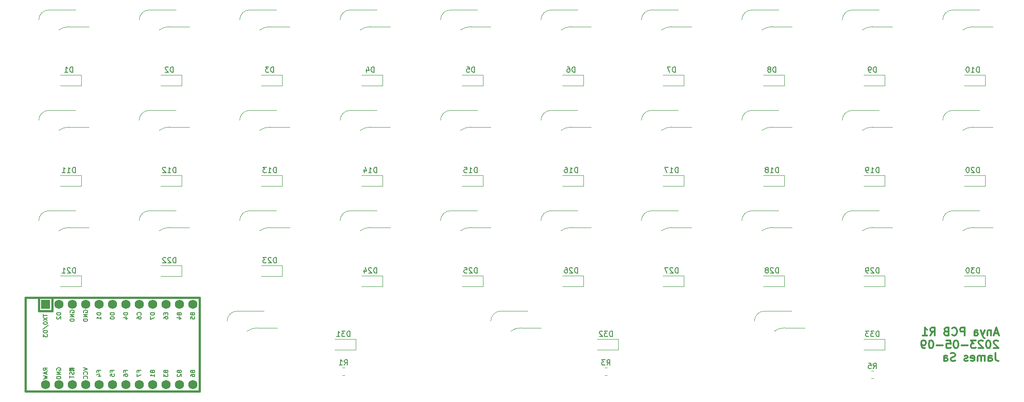
<source format=gbr>
%TF.GenerationSoftware,KiCad,Pcbnew,7.0.2-0*%
%TF.CreationDate,2023-05-11T14:31:08+08:00*%
%TF.ProjectId,Anya,416e7961-2e6b-4696-9361-645f70636258,rev?*%
%TF.SameCoordinates,Original*%
%TF.FileFunction,Legend,Bot*%
%TF.FilePolarity,Positive*%
%FSLAX46Y46*%
G04 Gerber Fmt 4.6, Leading zero omitted, Abs format (unit mm)*
G04 Created by KiCad (PCBNEW 7.0.2-0) date 2023-05-11 14:31:08*
%MOMM*%
%LPD*%
G01*
G04 APERTURE LIST*
%ADD10C,0.300000*%
%ADD11C,0.150000*%
%ADD12C,0.120000*%
%ADD13C,0.381000*%
%ADD14R,1.752600X1.752600*%
%ADD15C,1.752600*%
G04 APERTURE END LIST*
D10*
X239744285Y-99435357D02*
X239030000Y-99435357D01*
X239887142Y-99863928D02*
X239387142Y-98363928D01*
X239387142Y-98363928D02*
X238887142Y-99863928D01*
X238387143Y-98863928D02*
X238387143Y-99863928D01*
X238387143Y-99006785D02*
X238315714Y-98935357D01*
X238315714Y-98935357D02*
X238172857Y-98863928D01*
X238172857Y-98863928D02*
X237958571Y-98863928D01*
X237958571Y-98863928D02*
X237815714Y-98935357D01*
X237815714Y-98935357D02*
X237744286Y-99078214D01*
X237744286Y-99078214D02*
X237744286Y-99863928D01*
X237172857Y-98863928D02*
X236815714Y-99863928D01*
X236458571Y-98863928D02*
X236815714Y-99863928D01*
X236815714Y-99863928D02*
X236958571Y-100221071D01*
X236958571Y-100221071D02*
X237030000Y-100292500D01*
X237030000Y-100292500D02*
X237172857Y-100363928D01*
X235244286Y-99863928D02*
X235244286Y-99078214D01*
X235244286Y-99078214D02*
X235315714Y-98935357D01*
X235315714Y-98935357D02*
X235458571Y-98863928D01*
X235458571Y-98863928D02*
X235744286Y-98863928D01*
X235744286Y-98863928D02*
X235887143Y-98935357D01*
X235244286Y-99792500D02*
X235387143Y-99863928D01*
X235387143Y-99863928D02*
X235744286Y-99863928D01*
X235744286Y-99863928D02*
X235887143Y-99792500D01*
X235887143Y-99792500D02*
X235958571Y-99649642D01*
X235958571Y-99649642D02*
X235958571Y-99506785D01*
X235958571Y-99506785D02*
X235887143Y-99363928D01*
X235887143Y-99363928D02*
X235744286Y-99292500D01*
X235744286Y-99292500D02*
X235387143Y-99292500D01*
X235387143Y-99292500D02*
X235244286Y-99221071D01*
X233387143Y-99863928D02*
X233387143Y-98363928D01*
X233387143Y-98363928D02*
X232815714Y-98363928D01*
X232815714Y-98363928D02*
X232672857Y-98435357D01*
X232672857Y-98435357D02*
X232601428Y-98506785D01*
X232601428Y-98506785D02*
X232530000Y-98649642D01*
X232530000Y-98649642D02*
X232530000Y-98863928D01*
X232530000Y-98863928D02*
X232601428Y-99006785D01*
X232601428Y-99006785D02*
X232672857Y-99078214D01*
X232672857Y-99078214D02*
X232815714Y-99149642D01*
X232815714Y-99149642D02*
X233387143Y-99149642D01*
X231030000Y-99721071D02*
X231101428Y-99792500D01*
X231101428Y-99792500D02*
X231315714Y-99863928D01*
X231315714Y-99863928D02*
X231458571Y-99863928D01*
X231458571Y-99863928D02*
X231672857Y-99792500D01*
X231672857Y-99792500D02*
X231815714Y-99649642D01*
X231815714Y-99649642D02*
X231887143Y-99506785D01*
X231887143Y-99506785D02*
X231958571Y-99221071D01*
X231958571Y-99221071D02*
X231958571Y-99006785D01*
X231958571Y-99006785D02*
X231887143Y-98721071D01*
X231887143Y-98721071D02*
X231815714Y-98578214D01*
X231815714Y-98578214D02*
X231672857Y-98435357D01*
X231672857Y-98435357D02*
X231458571Y-98363928D01*
X231458571Y-98363928D02*
X231315714Y-98363928D01*
X231315714Y-98363928D02*
X231101428Y-98435357D01*
X231101428Y-98435357D02*
X231030000Y-98506785D01*
X229887143Y-99078214D02*
X229672857Y-99149642D01*
X229672857Y-99149642D02*
X229601428Y-99221071D01*
X229601428Y-99221071D02*
X229530000Y-99363928D01*
X229530000Y-99363928D02*
X229530000Y-99578214D01*
X229530000Y-99578214D02*
X229601428Y-99721071D01*
X229601428Y-99721071D02*
X229672857Y-99792500D01*
X229672857Y-99792500D02*
X229815714Y-99863928D01*
X229815714Y-99863928D02*
X230387143Y-99863928D01*
X230387143Y-99863928D02*
X230387143Y-98363928D01*
X230387143Y-98363928D02*
X229887143Y-98363928D01*
X229887143Y-98363928D02*
X229744286Y-98435357D01*
X229744286Y-98435357D02*
X229672857Y-98506785D01*
X229672857Y-98506785D02*
X229601428Y-98649642D01*
X229601428Y-98649642D02*
X229601428Y-98792500D01*
X229601428Y-98792500D02*
X229672857Y-98935357D01*
X229672857Y-98935357D02*
X229744286Y-99006785D01*
X229744286Y-99006785D02*
X229887143Y-99078214D01*
X229887143Y-99078214D02*
X230387143Y-99078214D01*
X226887143Y-99863928D02*
X227387143Y-99149642D01*
X227744286Y-99863928D02*
X227744286Y-98363928D01*
X227744286Y-98363928D02*
X227172857Y-98363928D01*
X227172857Y-98363928D02*
X227030000Y-98435357D01*
X227030000Y-98435357D02*
X226958571Y-98506785D01*
X226958571Y-98506785D02*
X226887143Y-98649642D01*
X226887143Y-98649642D02*
X226887143Y-98863928D01*
X226887143Y-98863928D02*
X226958571Y-99006785D01*
X226958571Y-99006785D02*
X227030000Y-99078214D01*
X227030000Y-99078214D02*
X227172857Y-99149642D01*
X227172857Y-99149642D02*
X227744286Y-99149642D01*
X225458571Y-99863928D02*
X226315714Y-99863928D01*
X225887143Y-99863928D02*
X225887143Y-98363928D01*
X225887143Y-98363928D02*
X226030000Y-98578214D01*
X226030000Y-98578214D02*
X226172857Y-98721071D01*
X226172857Y-98721071D02*
X226315714Y-98792500D01*
X239744285Y-100936785D02*
X239672857Y-100865357D01*
X239672857Y-100865357D02*
X239530000Y-100793928D01*
X239530000Y-100793928D02*
X239172857Y-100793928D01*
X239172857Y-100793928D02*
X239030000Y-100865357D01*
X239030000Y-100865357D02*
X238958571Y-100936785D01*
X238958571Y-100936785D02*
X238887142Y-101079642D01*
X238887142Y-101079642D02*
X238887142Y-101222500D01*
X238887142Y-101222500D02*
X238958571Y-101436785D01*
X238958571Y-101436785D02*
X239815714Y-102293928D01*
X239815714Y-102293928D02*
X238887142Y-102293928D01*
X237958571Y-100793928D02*
X237815714Y-100793928D01*
X237815714Y-100793928D02*
X237672857Y-100865357D01*
X237672857Y-100865357D02*
X237601429Y-100936785D01*
X237601429Y-100936785D02*
X237530000Y-101079642D01*
X237530000Y-101079642D02*
X237458571Y-101365357D01*
X237458571Y-101365357D02*
X237458571Y-101722500D01*
X237458571Y-101722500D02*
X237530000Y-102008214D01*
X237530000Y-102008214D02*
X237601429Y-102151071D01*
X237601429Y-102151071D02*
X237672857Y-102222500D01*
X237672857Y-102222500D02*
X237815714Y-102293928D01*
X237815714Y-102293928D02*
X237958571Y-102293928D01*
X237958571Y-102293928D02*
X238101429Y-102222500D01*
X238101429Y-102222500D02*
X238172857Y-102151071D01*
X238172857Y-102151071D02*
X238244286Y-102008214D01*
X238244286Y-102008214D02*
X238315714Y-101722500D01*
X238315714Y-101722500D02*
X238315714Y-101365357D01*
X238315714Y-101365357D02*
X238244286Y-101079642D01*
X238244286Y-101079642D02*
X238172857Y-100936785D01*
X238172857Y-100936785D02*
X238101429Y-100865357D01*
X238101429Y-100865357D02*
X237958571Y-100793928D01*
X236887143Y-100936785D02*
X236815715Y-100865357D01*
X236815715Y-100865357D02*
X236672858Y-100793928D01*
X236672858Y-100793928D02*
X236315715Y-100793928D01*
X236315715Y-100793928D02*
X236172858Y-100865357D01*
X236172858Y-100865357D02*
X236101429Y-100936785D01*
X236101429Y-100936785D02*
X236030000Y-101079642D01*
X236030000Y-101079642D02*
X236030000Y-101222500D01*
X236030000Y-101222500D02*
X236101429Y-101436785D01*
X236101429Y-101436785D02*
X236958572Y-102293928D01*
X236958572Y-102293928D02*
X236030000Y-102293928D01*
X235530001Y-100793928D02*
X234601429Y-100793928D01*
X234601429Y-100793928D02*
X235101429Y-101365357D01*
X235101429Y-101365357D02*
X234887144Y-101365357D01*
X234887144Y-101365357D02*
X234744287Y-101436785D01*
X234744287Y-101436785D02*
X234672858Y-101508214D01*
X234672858Y-101508214D02*
X234601429Y-101651071D01*
X234601429Y-101651071D02*
X234601429Y-102008214D01*
X234601429Y-102008214D02*
X234672858Y-102151071D01*
X234672858Y-102151071D02*
X234744287Y-102222500D01*
X234744287Y-102222500D02*
X234887144Y-102293928D01*
X234887144Y-102293928D02*
X235315715Y-102293928D01*
X235315715Y-102293928D02*
X235458572Y-102222500D01*
X235458572Y-102222500D02*
X235530001Y-102151071D01*
X233958573Y-101722500D02*
X232815716Y-101722500D01*
X231815715Y-100793928D02*
X231672858Y-100793928D01*
X231672858Y-100793928D02*
X231530001Y-100865357D01*
X231530001Y-100865357D02*
X231458573Y-100936785D01*
X231458573Y-100936785D02*
X231387144Y-101079642D01*
X231387144Y-101079642D02*
X231315715Y-101365357D01*
X231315715Y-101365357D02*
X231315715Y-101722500D01*
X231315715Y-101722500D02*
X231387144Y-102008214D01*
X231387144Y-102008214D02*
X231458573Y-102151071D01*
X231458573Y-102151071D02*
X231530001Y-102222500D01*
X231530001Y-102222500D02*
X231672858Y-102293928D01*
X231672858Y-102293928D02*
X231815715Y-102293928D01*
X231815715Y-102293928D02*
X231958573Y-102222500D01*
X231958573Y-102222500D02*
X232030001Y-102151071D01*
X232030001Y-102151071D02*
X232101430Y-102008214D01*
X232101430Y-102008214D02*
X232172858Y-101722500D01*
X232172858Y-101722500D02*
X232172858Y-101365357D01*
X232172858Y-101365357D02*
X232101430Y-101079642D01*
X232101430Y-101079642D02*
X232030001Y-100936785D01*
X232030001Y-100936785D02*
X231958573Y-100865357D01*
X231958573Y-100865357D02*
X231815715Y-100793928D01*
X229958573Y-100793928D02*
X230672859Y-100793928D01*
X230672859Y-100793928D02*
X230744287Y-101508214D01*
X230744287Y-101508214D02*
X230672859Y-101436785D01*
X230672859Y-101436785D02*
X230530002Y-101365357D01*
X230530002Y-101365357D02*
X230172859Y-101365357D01*
X230172859Y-101365357D02*
X230030002Y-101436785D01*
X230030002Y-101436785D02*
X229958573Y-101508214D01*
X229958573Y-101508214D02*
X229887144Y-101651071D01*
X229887144Y-101651071D02*
X229887144Y-102008214D01*
X229887144Y-102008214D02*
X229958573Y-102151071D01*
X229958573Y-102151071D02*
X230030002Y-102222500D01*
X230030002Y-102222500D02*
X230172859Y-102293928D01*
X230172859Y-102293928D02*
X230530002Y-102293928D01*
X230530002Y-102293928D02*
X230672859Y-102222500D01*
X230672859Y-102222500D02*
X230744287Y-102151071D01*
X229244288Y-101722500D02*
X228101431Y-101722500D01*
X227101430Y-100793928D02*
X226958573Y-100793928D01*
X226958573Y-100793928D02*
X226815716Y-100865357D01*
X226815716Y-100865357D02*
X226744288Y-100936785D01*
X226744288Y-100936785D02*
X226672859Y-101079642D01*
X226672859Y-101079642D02*
X226601430Y-101365357D01*
X226601430Y-101365357D02*
X226601430Y-101722500D01*
X226601430Y-101722500D02*
X226672859Y-102008214D01*
X226672859Y-102008214D02*
X226744288Y-102151071D01*
X226744288Y-102151071D02*
X226815716Y-102222500D01*
X226815716Y-102222500D02*
X226958573Y-102293928D01*
X226958573Y-102293928D02*
X227101430Y-102293928D01*
X227101430Y-102293928D02*
X227244288Y-102222500D01*
X227244288Y-102222500D02*
X227315716Y-102151071D01*
X227315716Y-102151071D02*
X227387145Y-102008214D01*
X227387145Y-102008214D02*
X227458573Y-101722500D01*
X227458573Y-101722500D02*
X227458573Y-101365357D01*
X227458573Y-101365357D02*
X227387145Y-101079642D01*
X227387145Y-101079642D02*
X227315716Y-100936785D01*
X227315716Y-100936785D02*
X227244288Y-100865357D01*
X227244288Y-100865357D02*
X227101430Y-100793928D01*
X225887145Y-102293928D02*
X225601431Y-102293928D01*
X225601431Y-102293928D02*
X225458574Y-102222500D01*
X225458574Y-102222500D02*
X225387145Y-102151071D01*
X225387145Y-102151071D02*
X225244288Y-101936785D01*
X225244288Y-101936785D02*
X225172859Y-101651071D01*
X225172859Y-101651071D02*
X225172859Y-101079642D01*
X225172859Y-101079642D02*
X225244288Y-100936785D01*
X225244288Y-100936785D02*
X225315717Y-100865357D01*
X225315717Y-100865357D02*
X225458574Y-100793928D01*
X225458574Y-100793928D02*
X225744288Y-100793928D01*
X225744288Y-100793928D02*
X225887145Y-100865357D01*
X225887145Y-100865357D02*
X225958574Y-100936785D01*
X225958574Y-100936785D02*
X226030002Y-101079642D01*
X226030002Y-101079642D02*
X226030002Y-101436785D01*
X226030002Y-101436785D02*
X225958574Y-101579642D01*
X225958574Y-101579642D02*
X225887145Y-101651071D01*
X225887145Y-101651071D02*
X225744288Y-101722500D01*
X225744288Y-101722500D02*
X225458574Y-101722500D01*
X225458574Y-101722500D02*
X225315717Y-101651071D01*
X225315717Y-101651071D02*
X225244288Y-101579642D01*
X225244288Y-101579642D02*
X225172859Y-101436785D01*
X239244285Y-103223928D02*
X239244285Y-104295357D01*
X239244285Y-104295357D02*
X239315714Y-104509642D01*
X239315714Y-104509642D02*
X239458571Y-104652500D01*
X239458571Y-104652500D02*
X239672857Y-104723928D01*
X239672857Y-104723928D02*
X239815714Y-104723928D01*
X237887143Y-104723928D02*
X237887143Y-103938214D01*
X237887143Y-103938214D02*
X237958571Y-103795357D01*
X237958571Y-103795357D02*
X238101428Y-103723928D01*
X238101428Y-103723928D02*
X238387143Y-103723928D01*
X238387143Y-103723928D02*
X238530000Y-103795357D01*
X237887143Y-104652500D02*
X238030000Y-104723928D01*
X238030000Y-104723928D02*
X238387143Y-104723928D01*
X238387143Y-104723928D02*
X238530000Y-104652500D01*
X238530000Y-104652500D02*
X238601428Y-104509642D01*
X238601428Y-104509642D02*
X238601428Y-104366785D01*
X238601428Y-104366785D02*
X238530000Y-104223928D01*
X238530000Y-104223928D02*
X238387143Y-104152500D01*
X238387143Y-104152500D02*
X238030000Y-104152500D01*
X238030000Y-104152500D02*
X237887143Y-104081071D01*
X237172857Y-104723928D02*
X237172857Y-103723928D01*
X237172857Y-103866785D02*
X237101428Y-103795357D01*
X237101428Y-103795357D02*
X236958571Y-103723928D01*
X236958571Y-103723928D02*
X236744285Y-103723928D01*
X236744285Y-103723928D02*
X236601428Y-103795357D01*
X236601428Y-103795357D02*
X236530000Y-103938214D01*
X236530000Y-103938214D02*
X236530000Y-104723928D01*
X236530000Y-103938214D02*
X236458571Y-103795357D01*
X236458571Y-103795357D02*
X236315714Y-103723928D01*
X236315714Y-103723928D02*
X236101428Y-103723928D01*
X236101428Y-103723928D02*
X235958571Y-103795357D01*
X235958571Y-103795357D02*
X235887142Y-103938214D01*
X235887142Y-103938214D02*
X235887142Y-104723928D01*
X234601428Y-104652500D02*
X234744285Y-104723928D01*
X234744285Y-104723928D02*
X235030000Y-104723928D01*
X235030000Y-104723928D02*
X235172857Y-104652500D01*
X235172857Y-104652500D02*
X235244285Y-104509642D01*
X235244285Y-104509642D02*
X235244285Y-103938214D01*
X235244285Y-103938214D02*
X235172857Y-103795357D01*
X235172857Y-103795357D02*
X235030000Y-103723928D01*
X235030000Y-103723928D02*
X234744285Y-103723928D01*
X234744285Y-103723928D02*
X234601428Y-103795357D01*
X234601428Y-103795357D02*
X234530000Y-103938214D01*
X234530000Y-103938214D02*
X234530000Y-104081071D01*
X234530000Y-104081071D02*
X235244285Y-104223928D01*
X233958571Y-104652500D02*
X233815714Y-104723928D01*
X233815714Y-104723928D02*
X233530000Y-104723928D01*
X233530000Y-104723928D02*
X233387143Y-104652500D01*
X233387143Y-104652500D02*
X233315714Y-104509642D01*
X233315714Y-104509642D02*
X233315714Y-104438214D01*
X233315714Y-104438214D02*
X233387143Y-104295357D01*
X233387143Y-104295357D02*
X233530000Y-104223928D01*
X233530000Y-104223928D02*
X233744286Y-104223928D01*
X233744286Y-104223928D02*
X233887143Y-104152500D01*
X233887143Y-104152500D02*
X233958571Y-104009642D01*
X233958571Y-104009642D02*
X233958571Y-103938214D01*
X233958571Y-103938214D02*
X233887143Y-103795357D01*
X233887143Y-103795357D02*
X233744286Y-103723928D01*
X233744286Y-103723928D02*
X233530000Y-103723928D01*
X233530000Y-103723928D02*
X233387143Y-103795357D01*
X231601428Y-104652500D02*
X231387143Y-104723928D01*
X231387143Y-104723928D02*
X231030000Y-104723928D01*
X231030000Y-104723928D02*
X230887143Y-104652500D01*
X230887143Y-104652500D02*
X230815714Y-104581071D01*
X230815714Y-104581071D02*
X230744285Y-104438214D01*
X230744285Y-104438214D02*
X230744285Y-104295357D01*
X230744285Y-104295357D02*
X230815714Y-104152500D01*
X230815714Y-104152500D02*
X230887143Y-104081071D01*
X230887143Y-104081071D02*
X231030000Y-104009642D01*
X231030000Y-104009642D02*
X231315714Y-103938214D01*
X231315714Y-103938214D02*
X231458571Y-103866785D01*
X231458571Y-103866785D02*
X231530000Y-103795357D01*
X231530000Y-103795357D02*
X231601428Y-103652500D01*
X231601428Y-103652500D02*
X231601428Y-103509642D01*
X231601428Y-103509642D02*
X231530000Y-103366785D01*
X231530000Y-103366785D02*
X231458571Y-103295357D01*
X231458571Y-103295357D02*
X231315714Y-103223928D01*
X231315714Y-103223928D02*
X230958571Y-103223928D01*
X230958571Y-103223928D02*
X230744285Y-103295357D01*
X229458572Y-104723928D02*
X229458572Y-103938214D01*
X229458572Y-103938214D02*
X229530000Y-103795357D01*
X229530000Y-103795357D02*
X229672857Y-103723928D01*
X229672857Y-103723928D02*
X229958572Y-103723928D01*
X229958572Y-103723928D02*
X230101429Y-103795357D01*
X229458572Y-104652500D02*
X229601429Y-104723928D01*
X229601429Y-104723928D02*
X229958572Y-104723928D01*
X229958572Y-104723928D02*
X230101429Y-104652500D01*
X230101429Y-104652500D02*
X230172857Y-104509642D01*
X230172857Y-104509642D02*
X230172857Y-104366785D01*
X230172857Y-104366785D02*
X230101429Y-104223928D01*
X230101429Y-104223928D02*
X229958572Y-104152500D01*
X229958572Y-104152500D02*
X229601429Y-104152500D01*
X229601429Y-104152500D02*
X229458572Y-104081071D01*
D11*
%TO.C,D20*%
X236164285Y-68947619D02*
X236164285Y-67947619D01*
X236164285Y-67947619D02*
X235926190Y-67947619D01*
X235926190Y-67947619D02*
X235783333Y-67995238D01*
X235783333Y-67995238D02*
X235688095Y-68090476D01*
X235688095Y-68090476D02*
X235640476Y-68185714D01*
X235640476Y-68185714D02*
X235592857Y-68376190D01*
X235592857Y-68376190D02*
X235592857Y-68519047D01*
X235592857Y-68519047D02*
X235640476Y-68709523D01*
X235640476Y-68709523D02*
X235688095Y-68804761D01*
X235688095Y-68804761D02*
X235783333Y-68900000D01*
X235783333Y-68900000D02*
X235926190Y-68947619D01*
X235926190Y-68947619D02*
X236164285Y-68947619D01*
X235211904Y-68042857D02*
X235164285Y-67995238D01*
X235164285Y-67995238D02*
X235069047Y-67947619D01*
X235069047Y-67947619D02*
X234830952Y-67947619D01*
X234830952Y-67947619D02*
X234735714Y-67995238D01*
X234735714Y-67995238D02*
X234688095Y-68042857D01*
X234688095Y-68042857D02*
X234640476Y-68138095D01*
X234640476Y-68138095D02*
X234640476Y-68233333D01*
X234640476Y-68233333D02*
X234688095Y-68376190D01*
X234688095Y-68376190D02*
X235259523Y-68947619D01*
X235259523Y-68947619D02*
X234640476Y-68947619D01*
X234021428Y-67947619D02*
X233926190Y-67947619D01*
X233926190Y-67947619D02*
X233830952Y-67995238D01*
X233830952Y-67995238D02*
X233783333Y-68042857D01*
X233783333Y-68042857D02*
X233735714Y-68138095D01*
X233735714Y-68138095D02*
X233688095Y-68328571D01*
X233688095Y-68328571D02*
X233688095Y-68566666D01*
X233688095Y-68566666D02*
X233735714Y-68757142D01*
X233735714Y-68757142D02*
X233783333Y-68852380D01*
X233783333Y-68852380D02*
X233830952Y-68900000D01*
X233830952Y-68900000D02*
X233926190Y-68947619D01*
X233926190Y-68947619D02*
X234021428Y-68947619D01*
X234021428Y-68947619D02*
X234116666Y-68900000D01*
X234116666Y-68900000D02*
X234164285Y-68852380D01*
X234164285Y-68852380D02*
X234211904Y-68757142D01*
X234211904Y-68757142D02*
X234259523Y-68566666D01*
X234259523Y-68566666D02*
X234259523Y-68328571D01*
X234259523Y-68328571D02*
X234211904Y-68138095D01*
X234211904Y-68138095D02*
X234164285Y-68042857D01*
X234164285Y-68042857D02*
X234116666Y-67995238D01*
X234116666Y-67995238D02*
X234021428Y-67947619D01*
%TO.C,D12*%
X83764285Y-68947619D02*
X83764285Y-67947619D01*
X83764285Y-67947619D02*
X83526190Y-67947619D01*
X83526190Y-67947619D02*
X83383333Y-67995238D01*
X83383333Y-67995238D02*
X83288095Y-68090476D01*
X83288095Y-68090476D02*
X83240476Y-68185714D01*
X83240476Y-68185714D02*
X83192857Y-68376190D01*
X83192857Y-68376190D02*
X83192857Y-68519047D01*
X83192857Y-68519047D02*
X83240476Y-68709523D01*
X83240476Y-68709523D02*
X83288095Y-68804761D01*
X83288095Y-68804761D02*
X83383333Y-68900000D01*
X83383333Y-68900000D02*
X83526190Y-68947619D01*
X83526190Y-68947619D02*
X83764285Y-68947619D01*
X82240476Y-68947619D02*
X82811904Y-68947619D01*
X82526190Y-68947619D02*
X82526190Y-67947619D01*
X82526190Y-67947619D02*
X82621428Y-68090476D01*
X82621428Y-68090476D02*
X82716666Y-68185714D01*
X82716666Y-68185714D02*
X82811904Y-68233333D01*
X81859523Y-68042857D02*
X81811904Y-67995238D01*
X81811904Y-67995238D02*
X81716666Y-67947619D01*
X81716666Y-67947619D02*
X81478571Y-67947619D01*
X81478571Y-67947619D02*
X81383333Y-67995238D01*
X81383333Y-67995238D02*
X81335714Y-68042857D01*
X81335714Y-68042857D02*
X81288095Y-68138095D01*
X81288095Y-68138095D02*
X81288095Y-68233333D01*
X81288095Y-68233333D02*
X81335714Y-68376190D01*
X81335714Y-68376190D02*
X81907142Y-68947619D01*
X81907142Y-68947619D02*
X81288095Y-68947619D01*
%TO.C,D7*%
X178538094Y-49897619D02*
X178538094Y-48897619D01*
X178538094Y-48897619D02*
X178299999Y-48897619D01*
X178299999Y-48897619D02*
X178157142Y-48945238D01*
X178157142Y-48945238D02*
X178061904Y-49040476D01*
X178061904Y-49040476D02*
X178014285Y-49135714D01*
X178014285Y-49135714D02*
X177966666Y-49326190D01*
X177966666Y-49326190D02*
X177966666Y-49469047D01*
X177966666Y-49469047D02*
X178014285Y-49659523D01*
X178014285Y-49659523D02*
X178061904Y-49754761D01*
X178061904Y-49754761D02*
X178157142Y-49850000D01*
X178157142Y-49850000D02*
X178299999Y-49897619D01*
X178299999Y-49897619D02*
X178538094Y-49897619D01*
X177633332Y-48897619D02*
X176966666Y-48897619D01*
X176966666Y-48897619D02*
X177395237Y-49897619D01*
%TO.C,U1*%
X66245095Y-105994333D02*
X67045095Y-106261000D01*
X67045095Y-106261000D02*
X66245095Y-106527666D01*
X66968904Y-107251476D02*
X67007000Y-107213380D01*
X67007000Y-107213380D02*
X67045095Y-107099095D01*
X67045095Y-107099095D02*
X67045095Y-107022904D01*
X67045095Y-107022904D02*
X67007000Y-106908618D01*
X67007000Y-106908618D02*
X66930809Y-106832428D01*
X66930809Y-106832428D02*
X66854619Y-106794333D01*
X66854619Y-106794333D02*
X66702238Y-106756237D01*
X66702238Y-106756237D02*
X66587952Y-106756237D01*
X66587952Y-106756237D02*
X66435571Y-106794333D01*
X66435571Y-106794333D02*
X66359380Y-106832428D01*
X66359380Y-106832428D02*
X66283190Y-106908618D01*
X66283190Y-106908618D02*
X66245095Y-107022904D01*
X66245095Y-107022904D02*
X66245095Y-107099095D01*
X66245095Y-107099095D02*
X66283190Y-107213380D01*
X66283190Y-107213380D02*
X66321285Y-107251476D01*
X66968904Y-108051476D02*
X67007000Y-108013380D01*
X67007000Y-108013380D02*
X67045095Y-107899095D01*
X67045095Y-107899095D02*
X67045095Y-107822904D01*
X67045095Y-107822904D02*
X67007000Y-107708618D01*
X67007000Y-107708618D02*
X66930809Y-107632428D01*
X66930809Y-107632428D02*
X66854619Y-107594333D01*
X66854619Y-107594333D02*
X66702238Y-107556237D01*
X66702238Y-107556237D02*
X66587952Y-107556237D01*
X66587952Y-107556237D02*
X66435571Y-107594333D01*
X66435571Y-107594333D02*
X66359380Y-107632428D01*
X66359380Y-107632428D02*
X66283190Y-107708618D01*
X66283190Y-107708618D02*
X66245095Y-107822904D01*
X66245095Y-107822904D02*
X66245095Y-107899095D01*
X66245095Y-107899095D02*
X66283190Y-108013380D01*
X66283190Y-108013380D02*
X66321285Y-108051476D01*
X84406047Y-95815190D02*
X84444142Y-95929476D01*
X84444142Y-95929476D02*
X84482238Y-95967571D01*
X84482238Y-95967571D02*
X84558428Y-96005667D01*
X84558428Y-96005667D02*
X84672714Y-96005667D01*
X84672714Y-96005667D02*
X84748904Y-95967571D01*
X84748904Y-95967571D02*
X84787000Y-95929476D01*
X84787000Y-95929476D02*
X84825095Y-95853286D01*
X84825095Y-95853286D02*
X84825095Y-95548524D01*
X84825095Y-95548524D02*
X84025095Y-95548524D01*
X84025095Y-95548524D02*
X84025095Y-95815190D01*
X84025095Y-95815190D02*
X84063190Y-95891381D01*
X84063190Y-95891381D02*
X84101285Y-95929476D01*
X84101285Y-95929476D02*
X84177476Y-95967571D01*
X84177476Y-95967571D02*
X84253666Y-95967571D01*
X84253666Y-95967571D02*
X84329857Y-95929476D01*
X84329857Y-95929476D02*
X84367952Y-95891381D01*
X84367952Y-95891381D02*
X84406047Y-95815190D01*
X84406047Y-95815190D02*
X84406047Y-95548524D01*
X84291761Y-96691381D02*
X84825095Y-96691381D01*
X83987000Y-96500905D02*
X84558428Y-96310428D01*
X84558428Y-96310428D02*
X84558428Y-96805667D01*
X74246047Y-106794333D02*
X74246047Y-106527667D01*
X74665095Y-106527667D02*
X73865095Y-106527667D01*
X73865095Y-106527667D02*
X73865095Y-106908619D01*
X73865095Y-107556238D02*
X73865095Y-107403857D01*
X73865095Y-107403857D02*
X73903190Y-107327666D01*
X73903190Y-107327666D02*
X73941285Y-107289571D01*
X73941285Y-107289571D02*
X74055571Y-107213381D01*
X74055571Y-107213381D02*
X74207952Y-107175285D01*
X74207952Y-107175285D02*
X74512714Y-107175285D01*
X74512714Y-107175285D02*
X74588904Y-107213381D01*
X74588904Y-107213381D02*
X74627000Y-107251476D01*
X74627000Y-107251476D02*
X74665095Y-107327666D01*
X74665095Y-107327666D02*
X74665095Y-107480047D01*
X74665095Y-107480047D02*
X74627000Y-107556238D01*
X74627000Y-107556238D02*
X74588904Y-107594333D01*
X74588904Y-107594333D02*
X74512714Y-107632428D01*
X74512714Y-107632428D02*
X74322238Y-107632428D01*
X74322238Y-107632428D02*
X74246047Y-107594333D01*
X74246047Y-107594333D02*
X74207952Y-107556238D01*
X74207952Y-107556238D02*
X74169857Y-107480047D01*
X74169857Y-107480047D02*
X74169857Y-107327666D01*
X74169857Y-107327666D02*
X74207952Y-107251476D01*
X74207952Y-107251476D02*
X74246047Y-107213381D01*
X74246047Y-107213381D02*
X74322238Y-107175285D01*
X86946047Y-106737190D02*
X86984142Y-106851476D01*
X86984142Y-106851476D02*
X87022238Y-106889571D01*
X87022238Y-106889571D02*
X87098428Y-106927667D01*
X87098428Y-106927667D02*
X87212714Y-106927667D01*
X87212714Y-106927667D02*
X87288904Y-106889571D01*
X87288904Y-106889571D02*
X87327000Y-106851476D01*
X87327000Y-106851476D02*
X87365095Y-106775286D01*
X87365095Y-106775286D02*
X87365095Y-106470524D01*
X87365095Y-106470524D02*
X86565095Y-106470524D01*
X86565095Y-106470524D02*
X86565095Y-106737190D01*
X86565095Y-106737190D02*
X86603190Y-106813381D01*
X86603190Y-106813381D02*
X86641285Y-106851476D01*
X86641285Y-106851476D02*
X86717476Y-106889571D01*
X86717476Y-106889571D02*
X86793666Y-106889571D01*
X86793666Y-106889571D02*
X86869857Y-106851476D01*
X86869857Y-106851476D02*
X86907952Y-106813381D01*
X86907952Y-106813381D02*
X86946047Y-106737190D01*
X86946047Y-106737190D02*
X86946047Y-106470524D01*
X86565095Y-107613381D02*
X86565095Y-107461000D01*
X86565095Y-107461000D02*
X86603190Y-107384809D01*
X86603190Y-107384809D02*
X86641285Y-107346714D01*
X86641285Y-107346714D02*
X86755571Y-107270524D01*
X86755571Y-107270524D02*
X86907952Y-107232428D01*
X86907952Y-107232428D02*
X87212714Y-107232428D01*
X87212714Y-107232428D02*
X87288904Y-107270524D01*
X87288904Y-107270524D02*
X87327000Y-107308619D01*
X87327000Y-107308619D02*
X87365095Y-107384809D01*
X87365095Y-107384809D02*
X87365095Y-107537190D01*
X87365095Y-107537190D02*
X87327000Y-107613381D01*
X87327000Y-107613381D02*
X87288904Y-107651476D01*
X87288904Y-107651476D02*
X87212714Y-107689571D01*
X87212714Y-107689571D02*
X87022238Y-107689571D01*
X87022238Y-107689571D02*
X86946047Y-107651476D01*
X86946047Y-107651476D02*
X86907952Y-107613381D01*
X86907952Y-107613381D02*
X86869857Y-107537190D01*
X86869857Y-107537190D02*
X86869857Y-107384809D01*
X86869857Y-107384809D02*
X86907952Y-107308619D01*
X86907952Y-107308619D02*
X86946047Y-107270524D01*
X86946047Y-107270524D02*
X87022238Y-107232428D01*
X84406047Y-106737190D02*
X84444142Y-106851476D01*
X84444142Y-106851476D02*
X84482238Y-106889571D01*
X84482238Y-106889571D02*
X84558428Y-106927667D01*
X84558428Y-106927667D02*
X84672714Y-106927667D01*
X84672714Y-106927667D02*
X84748904Y-106889571D01*
X84748904Y-106889571D02*
X84787000Y-106851476D01*
X84787000Y-106851476D02*
X84825095Y-106775286D01*
X84825095Y-106775286D02*
X84825095Y-106470524D01*
X84825095Y-106470524D02*
X84025095Y-106470524D01*
X84025095Y-106470524D02*
X84025095Y-106737190D01*
X84025095Y-106737190D02*
X84063190Y-106813381D01*
X84063190Y-106813381D02*
X84101285Y-106851476D01*
X84101285Y-106851476D02*
X84177476Y-106889571D01*
X84177476Y-106889571D02*
X84253666Y-106889571D01*
X84253666Y-106889571D02*
X84329857Y-106851476D01*
X84329857Y-106851476D02*
X84367952Y-106813381D01*
X84367952Y-106813381D02*
X84406047Y-106737190D01*
X84406047Y-106737190D02*
X84406047Y-106470524D01*
X84101285Y-107232428D02*
X84063190Y-107270524D01*
X84063190Y-107270524D02*
X84025095Y-107346714D01*
X84025095Y-107346714D02*
X84025095Y-107537190D01*
X84025095Y-107537190D02*
X84063190Y-107613381D01*
X84063190Y-107613381D02*
X84101285Y-107651476D01*
X84101285Y-107651476D02*
X84177476Y-107689571D01*
X84177476Y-107689571D02*
X84253666Y-107689571D01*
X84253666Y-107689571D02*
X84367952Y-107651476D01*
X84367952Y-107651476D02*
X84825095Y-107194333D01*
X84825095Y-107194333D02*
X84825095Y-107689571D01*
X69166047Y-106794333D02*
X69166047Y-106527667D01*
X69585095Y-106527667D02*
X68785095Y-106527667D01*
X68785095Y-106527667D02*
X68785095Y-106908619D01*
X69051761Y-107556238D02*
X69585095Y-107556238D01*
X68747000Y-107365762D02*
X69318428Y-107175285D01*
X69318428Y-107175285D02*
X69318428Y-107670524D01*
X79326047Y-106737190D02*
X79364142Y-106851476D01*
X79364142Y-106851476D02*
X79402238Y-106889571D01*
X79402238Y-106889571D02*
X79478428Y-106927667D01*
X79478428Y-106927667D02*
X79592714Y-106927667D01*
X79592714Y-106927667D02*
X79668904Y-106889571D01*
X79668904Y-106889571D02*
X79707000Y-106851476D01*
X79707000Y-106851476D02*
X79745095Y-106775286D01*
X79745095Y-106775286D02*
X79745095Y-106470524D01*
X79745095Y-106470524D02*
X78945095Y-106470524D01*
X78945095Y-106470524D02*
X78945095Y-106737190D01*
X78945095Y-106737190D02*
X78983190Y-106813381D01*
X78983190Y-106813381D02*
X79021285Y-106851476D01*
X79021285Y-106851476D02*
X79097476Y-106889571D01*
X79097476Y-106889571D02*
X79173666Y-106889571D01*
X79173666Y-106889571D02*
X79249857Y-106851476D01*
X79249857Y-106851476D02*
X79287952Y-106813381D01*
X79287952Y-106813381D02*
X79326047Y-106737190D01*
X79326047Y-106737190D02*
X79326047Y-106470524D01*
X79745095Y-107689571D02*
X79745095Y-107232428D01*
X79745095Y-107461000D02*
X78945095Y-107461000D01*
X78945095Y-107461000D02*
X79059380Y-107384809D01*
X79059380Y-107384809D02*
X79135571Y-107308619D01*
X79135571Y-107308619D02*
X79173666Y-107232428D01*
X77128904Y-96005667D02*
X77167000Y-95967571D01*
X77167000Y-95967571D02*
X77205095Y-95853286D01*
X77205095Y-95853286D02*
X77205095Y-95777095D01*
X77205095Y-95777095D02*
X77167000Y-95662809D01*
X77167000Y-95662809D02*
X77090809Y-95586619D01*
X77090809Y-95586619D02*
X77014619Y-95548524D01*
X77014619Y-95548524D02*
X76862238Y-95510428D01*
X76862238Y-95510428D02*
X76747952Y-95510428D01*
X76747952Y-95510428D02*
X76595571Y-95548524D01*
X76595571Y-95548524D02*
X76519380Y-95586619D01*
X76519380Y-95586619D02*
X76443190Y-95662809D01*
X76443190Y-95662809D02*
X76405095Y-95777095D01*
X76405095Y-95777095D02*
X76405095Y-95853286D01*
X76405095Y-95853286D02*
X76443190Y-95967571D01*
X76443190Y-95967571D02*
X76481285Y-96005667D01*
X76405095Y-96691381D02*
X76405095Y-96539000D01*
X76405095Y-96539000D02*
X76443190Y-96462809D01*
X76443190Y-96462809D02*
X76481285Y-96424714D01*
X76481285Y-96424714D02*
X76595571Y-96348524D01*
X76595571Y-96348524D02*
X76747952Y-96310428D01*
X76747952Y-96310428D02*
X77052714Y-96310428D01*
X77052714Y-96310428D02*
X77128904Y-96348524D01*
X77128904Y-96348524D02*
X77167000Y-96386619D01*
X77167000Y-96386619D02*
X77205095Y-96462809D01*
X77205095Y-96462809D02*
X77205095Y-96615190D01*
X77205095Y-96615190D02*
X77167000Y-96691381D01*
X77167000Y-96691381D02*
X77128904Y-96729476D01*
X77128904Y-96729476D02*
X77052714Y-96767571D01*
X77052714Y-96767571D02*
X76862238Y-96767571D01*
X76862238Y-96767571D02*
X76786047Y-96729476D01*
X76786047Y-96729476D02*
X76747952Y-96691381D01*
X76747952Y-96691381D02*
X76709857Y-96615190D01*
X76709857Y-96615190D02*
X76709857Y-96462809D01*
X76709857Y-96462809D02*
X76747952Y-96386619D01*
X76747952Y-96386619D02*
X76786047Y-96348524D01*
X76786047Y-96348524D02*
X76862238Y-96310428D01*
X64437000Y-106799786D02*
X64475095Y-106914072D01*
X64475095Y-106914072D02*
X64475095Y-107104548D01*
X64475095Y-107104548D02*
X64437000Y-107180739D01*
X64437000Y-107180739D02*
X64398904Y-107218834D01*
X64398904Y-107218834D02*
X64322714Y-107256929D01*
X64322714Y-107256929D02*
X64246523Y-107256929D01*
X64246523Y-107256929D02*
X64170333Y-107218834D01*
X64170333Y-107218834D02*
X64132238Y-107180739D01*
X64132238Y-107180739D02*
X64094142Y-107104548D01*
X64094142Y-107104548D02*
X64056047Y-106952167D01*
X64056047Y-106952167D02*
X64017952Y-106875977D01*
X64017952Y-106875977D02*
X63979857Y-106837882D01*
X63979857Y-106837882D02*
X63903666Y-106799786D01*
X63903666Y-106799786D02*
X63827476Y-106799786D01*
X63827476Y-106799786D02*
X63751285Y-106837882D01*
X63751285Y-106837882D02*
X63713190Y-106875977D01*
X63713190Y-106875977D02*
X63675095Y-106952167D01*
X63675095Y-106952167D02*
X63675095Y-107142644D01*
X63675095Y-107142644D02*
X63713190Y-107256929D01*
X63675095Y-107485501D02*
X63675095Y-107942644D01*
X64475095Y-107714072D02*
X63675095Y-107714072D01*
X58625095Y-95837651D02*
X58625095Y-96294794D01*
X59425095Y-96066222D02*
X58625095Y-96066222D01*
X58625095Y-96485270D02*
X59425095Y-97018604D01*
X58625095Y-97018604D02*
X59425095Y-96485270D01*
X58625095Y-97475747D02*
X58625095Y-97551937D01*
X58625095Y-97551937D02*
X58663190Y-97628128D01*
X58663190Y-97628128D02*
X58701285Y-97666223D01*
X58701285Y-97666223D02*
X58777476Y-97704318D01*
X58777476Y-97704318D02*
X58929857Y-97742413D01*
X58929857Y-97742413D02*
X59120333Y-97742413D01*
X59120333Y-97742413D02*
X59272714Y-97704318D01*
X59272714Y-97704318D02*
X59348904Y-97666223D01*
X59348904Y-97666223D02*
X59387000Y-97628128D01*
X59387000Y-97628128D02*
X59425095Y-97551937D01*
X59425095Y-97551937D02*
X59425095Y-97475747D01*
X59425095Y-97475747D02*
X59387000Y-97399556D01*
X59387000Y-97399556D02*
X59348904Y-97361461D01*
X59348904Y-97361461D02*
X59272714Y-97323366D01*
X59272714Y-97323366D02*
X59120333Y-97285270D01*
X59120333Y-97285270D02*
X58929857Y-97285270D01*
X58929857Y-97285270D02*
X58777476Y-97323366D01*
X58777476Y-97323366D02*
X58701285Y-97361461D01*
X58701285Y-97361461D02*
X58663190Y-97399556D01*
X58663190Y-97399556D02*
X58625095Y-97475747D01*
X58587000Y-98656699D02*
X59615571Y-97970985D01*
X59425095Y-98923366D02*
X58625095Y-98923366D01*
X58625095Y-98923366D02*
X58625095Y-99113842D01*
X58625095Y-99113842D02*
X58663190Y-99228128D01*
X58663190Y-99228128D02*
X58739380Y-99304318D01*
X58739380Y-99304318D02*
X58815571Y-99342413D01*
X58815571Y-99342413D02*
X58967952Y-99380509D01*
X58967952Y-99380509D02*
X59082238Y-99380509D01*
X59082238Y-99380509D02*
X59234619Y-99342413D01*
X59234619Y-99342413D02*
X59310809Y-99304318D01*
X59310809Y-99304318D02*
X59387000Y-99228128D01*
X59387000Y-99228128D02*
X59425095Y-99113842D01*
X59425095Y-99113842D02*
X59425095Y-98923366D01*
X58625095Y-99647175D02*
X58625095Y-100142413D01*
X58625095Y-100142413D02*
X58929857Y-99875747D01*
X58929857Y-99875747D02*
X58929857Y-99990032D01*
X58929857Y-99990032D02*
X58967952Y-100066223D01*
X58967952Y-100066223D02*
X59006047Y-100104318D01*
X59006047Y-100104318D02*
X59082238Y-100142413D01*
X59082238Y-100142413D02*
X59272714Y-100142413D01*
X59272714Y-100142413D02*
X59348904Y-100104318D01*
X59348904Y-100104318D02*
X59387000Y-100066223D01*
X59387000Y-100066223D02*
X59425095Y-99990032D01*
X59425095Y-99990032D02*
X59425095Y-99761461D01*
X59425095Y-99761461D02*
X59387000Y-99685270D01*
X59387000Y-99685270D02*
X59348904Y-99647175D01*
X61965095Y-95548524D02*
X61165095Y-95548524D01*
X61165095Y-95548524D02*
X61165095Y-95739000D01*
X61165095Y-95739000D02*
X61203190Y-95853286D01*
X61203190Y-95853286D02*
X61279380Y-95929476D01*
X61279380Y-95929476D02*
X61355571Y-95967571D01*
X61355571Y-95967571D02*
X61507952Y-96005667D01*
X61507952Y-96005667D02*
X61622238Y-96005667D01*
X61622238Y-96005667D02*
X61774619Y-95967571D01*
X61774619Y-95967571D02*
X61850809Y-95929476D01*
X61850809Y-95929476D02*
X61927000Y-95853286D01*
X61927000Y-95853286D02*
X61965095Y-95739000D01*
X61965095Y-95739000D02*
X61965095Y-95548524D01*
X61241285Y-96310428D02*
X61203190Y-96348524D01*
X61203190Y-96348524D02*
X61165095Y-96424714D01*
X61165095Y-96424714D02*
X61165095Y-96615190D01*
X61165095Y-96615190D02*
X61203190Y-96691381D01*
X61203190Y-96691381D02*
X61241285Y-96729476D01*
X61241285Y-96729476D02*
X61317476Y-96767571D01*
X61317476Y-96767571D02*
X61393666Y-96767571D01*
X61393666Y-96767571D02*
X61507952Y-96729476D01*
X61507952Y-96729476D02*
X61965095Y-96272333D01*
X61965095Y-96272333D02*
X61965095Y-96767571D01*
X69585095Y-95548524D02*
X68785095Y-95548524D01*
X68785095Y-95548524D02*
X68785095Y-95739000D01*
X68785095Y-95739000D02*
X68823190Y-95853286D01*
X68823190Y-95853286D02*
X68899380Y-95929476D01*
X68899380Y-95929476D02*
X68975571Y-95967571D01*
X68975571Y-95967571D02*
X69127952Y-96005667D01*
X69127952Y-96005667D02*
X69242238Y-96005667D01*
X69242238Y-96005667D02*
X69394619Y-95967571D01*
X69394619Y-95967571D02*
X69470809Y-95929476D01*
X69470809Y-95929476D02*
X69547000Y-95853286D01*
X69547000Y-95853286D02*
X69585095Y-95739000D01*
X69585095Y-95739000D02*
X69585095Y-95548524D01*
X69585095Y-96767571D02*
X69585095Y-96310428D01*
X69585095Y-96539000D02*
X68785095Y-96539000D01*
X68785095Y-96539000D02*
X68899380Y-96462809D01*
X68899380Y-96462809D02*
X68975571Y-96386619D01*
X68975571Y-96386619D02*
X69013666Y-96310428D01*
X63743190Y-95529476D02*
X63705095Y-95453286D01*
X63705095Y-95453286D02*
X63705095Y-95339000D01*
X63705095Y-95339000D02*
X63743190Y-95224714D01*
X63743190Y-95224714D02*
X63819380Y-95148524D01*
X63819380Y-95148524D02*
X63895571Y-95110429D01*
X63895571Y-95110429D02*
X64047952Y-95072333D01*
X64047952Y-95072333D02*
X64162238Y-95072333D01*
X64162238Y-95072333D02*
X64314619Y-95110429D01*
X64314619Y-95110429D02*
X64390809Y-95148524D01*
X64390809Y-95148524D02*
X64467000Y-95224714D01*
X64467000Y-95224714D02*
X64505095Y-95339000D01*
X64505095Y-95339000D02*
X64505095Y-95415191D01*
X64505095Y-95415191D02*
X64467000Y-95529476D01*
X64467000Y-95529476D02*
X64428904Y-95567572D01*
X64428904Y-95567572D02*
X64162238Y-95567572D01*
X64162238Y-95567572D02*
X64162238Y-95415191D01*
X64505095Y-95910429D02*
X63705095Y-95910429D01*
X63705095Y-95910429D02*
X64505095Y-96367572D01*
X64505095Y-96367572D02*
X63705095Y-96367572D01*
X64505095Y-96748524D02*
X63705095Y-96748524D01*
X63705095Y-96748524D02*
X63705095Y-96939000D01*
X63705095Y-96939000D02*
X63743190Y-97053286D01*
X63743190Y-97053286D02*
X63819380Y-97129476D01*
X63819380Y-97129476D02*
X63895571Y-97167571D01*
X63895571Y-97167571D02*
X64047952Y-97205667D01*
X64047952Y-97205667D02*
X64162238Y-97205667D01*
X64162238Y-97205667D02*
X64314619Y-97167571D01*
X64314619Y-97167571D02*
X64390809Y-97129476D01*
X64390809Y-97129476D02*
X64467000Y-97053286D01*
X64467000Y-97053286D02*
X64505095Y-96939000D01*
X64505095Y-96939000D02*
X64505095Y-96748524D01*
X71706047Y-106794333D02*
X71706047Y-106527667D01*
X72125095Y-106527667D02*
X71325095Y-106527667D01*
X71325095Y-106527667D02*
X71325095Y-106908619D01*
X71325095Y-107594333D02*
X71325095Y-107213381D01*
X71325095Y-107213381D02*
X71706047Y-107175285D01*
X71706047Y-107175285D02*
X71667952Y-107213381D01*
X71667952Y-107213381D02*
X71629857Y-107289571D01*
X71629857Y-107289571D02*
X71629857Y-107480047D01*
X71629857Y-107480047D02*
X71667952Y-107556238D01*
X71667952Y-107556238D02*
X71706047Y-107594333D01*
X71706047Y-107594333D02*
X71782238Y-107632428D01*
X71782238Y-107632428D02*
X71972714Y-107632428D01*
X71972714Y-107632428D02*
X72048904Y-107594333D01*
X72048904Y-107594333D02*
X72087000Y-107556238D01*
X72087000Y-107556238D02*
X72125095Y-107480047D01*
X72125095Y-107480047D02*
X72125095Y-107289571D01*
X72125095Y-107289571D02*
X72087000Y-107213381D01*
X72087000Y-107213381D02*
X72048904Y-107175285D01*
X86946047Y-95815190D02*
X86984142Y-95929476D01*
X86984142Y-95929476D02*
X87022238Y-95967571D01*
X87022238Y-95967571D02*
X87098428Y-96005667D01*
X87098428Y-96005667D02*
X87212714Y-96005667D01*
X87212714Y-96005667D02*
X87288904Y-95967571D01*
X87288904Y-95967571D02*
X87327000Y-95929476D01*
X87327000Y-95929476D02*
X87365095Y-95853286D01*
X87365095Y-95853286D02*
X87365095Y-95548524D01*
X87365095Y-95548524D02*
X86565095Y-95548524D01*
X86565095Y-95548524D02*
X86565095Y-95815190D01*
X86565095Y-95815190D02*
X86603190Y-95891381D01*
X86603190Y-95891381D02*
X86641285Y-95929476D01*
X86641285Y-95929476D02*
X86717476Y-95967571D01*
X86717476Y-95967571D02*
X86793666Y-95967571D01*
X86793666Y-95967571D02*
X86869857Y-95929476D01*
X86869857Y-95929476D02*
X86907952Y-95891381D01*
X86907952Y-95891381D02*
X86946047Y-95815190D01*
X86946047Y-95815190D02*
X86946047Y-95548524D01*
X86565095Y-96729476D02*
X86565095Y-96348524D01*
X86565095Y-96348524D02*
X86946047Y-96310428D01*
X86946047Y-96310428D02*
X86907952Y-96348524D01*
X86907952Y-96348524D02*
X86869857Y-96424714D01*
X86869857Y-96424714D02*
X86869857Y-96615190D01*
X86869857Y-96615190D02*
X86907952Y-96691381D01*
X86907952Y-96691381D02*
X86946047Y-96729476D01*
X86946047Y-96729476D02*
X87022238Y-96767571D01*
X87022238Y-96767571D02*
X87212714Y-96767571D01*
X87212714Y-96767571D02*
X87288904Y-96729476D01*
X87288904Y-96729476D02*
X87327000Y-96691381D01*
X87327000Y-96691381D02*
X87365095Y-96615190D01*
X87365095Y-96615190D02*
X87365095Y-96424714D01*
X87365095Y-96424714D02*
X87327000Y-96348524D01*
X87327000Y-96348524D02*
X87288904Y-96310428D01*
X74665095Y-95548524D02*
X73865095Y-95548524D01*
X73865095Y-95548524D02*
X73865095Y-95739000D01*
X73865095Y-95739000D02*
X73903190Y-95853286D01*
X73903190Y-95853286D02*
X73979380Y-95929476D01*
X73979380Y-95929476D02*
X74055571Y-95967571D01*
X74055571Y-95967571D02*
X74207952Y-96005667D01*
X74207952Y-96005667D02*
X74322238Y-96005667D01*
X74322238Y-96005667D02*
X74474619Y-95967571D01*
X74474619Y-95967571D02*
X74550809Y-95929476D01*
X74550809Y-95929476D02*
X74627000Y-95853286D01*
X74627000Y-95853286D02*
X74665095Y-95739000D01*
X74665095Y-95739000D02*
X74665095Y-95548524D01*
X74131761Y-96691381D02*
X74665095Y-96691381D01*
X73827000Y-96500905D02*
X74398428Y-96310428D01*
X74398428Y-96310428D02*
X74398428Y-96805667D01*
X72125095Y-95548524D02*
X71325095Y-95548524D01*
X71325095Y-95548524D02*
X71325095Y-95739000D01*
X71325095Y-95739000D02*
X71363190Y-95853286D01*
X71363190Y-95853286D02*
X71439380Y-95929476D01*
X71439380Y-95929476D02*
X71515571Y-95967571D01*
X71515571Y-95967571D02*
X71667952Y-96005667D01*
X71667952Y-96005667D02*
X71782238Y-96005667D01*
X71782238Y-96005667D02*
X71934619Y-95967571D01*
X71934619Y-95967571D02*
X72010809Y-95929476D01*
X72010809Y-95929476D02*
X72087000Y-95853286D01*
X72087000Y-95853286D02*
X72125095Y-95739000D01*
X72125095Y-95739000D02*
X72125095Y-95548524D01*
X71325095Y-96500905D02*
X71325095Y-96577095D01*
X71325095Y-96577095D02*
X71363190Y-96653286D01*
X71363190Y-96653286D02*
X71401285Y-96691381D01*
X71401285Y-96691381D02*
X71477476Y-96729476D01*
X71477476Y-96729476D02*
X71629857Y-96767571D01*
X71629857Y-96767571D02*
X71820333Y-96767571D01*
X71820333Y-96767571D02*
X71972714Y-96729476D01*
X71972714Y-96729476D02*
X72048904Y-96691381D01*
X72048904Y-96691381D02*
X72087000Y-96653286D01*
X72087000Y-96653286D02*
X72125095Y-96577095D01*
X72125095Y-96577095D02*
X72125095Y-96500905D01*
X72125095Y-96500905D02*
X72087000Y-96424714D01*
X72087000Y-96424714D02*
X72048904Y-96386619D01*
X72048904Y-96386619D02*
X71972714Y-96348524D01*
X71972714Y-96348524D02*
X71820333Y-96310428D01*
X71820333Y-96310428D02*
X71629857Y-96310428D01*
X71629857Y-96310428D02*
X71477476Y-96348524D01*
X71477476Y-96348524D02*
X71401285Y-96386619D01*
X71401285Y-96386619D02*
X71363190Y-96424714D01*
X71363190Y-96424714D02*
X71325095Y-96500905D01*
X61203190Y-106451476D02*
X61165095Y-106375286D01*
X61165095Y-106375286D02*
X61165095Y-106261000D01*
X61165095Y-106261000D02*
X61203190Y-106146714D01*
X61203190Y-106146714D02*
X61279380Y-106070524D01*
X61279380Y-106070524D02*
X61355571Y-106032429D01*
X61355571Y-106032429D02*
X61507952Y-105994333D01*
X61507952Y-105994333D02*
X61622238Y-105994333D01*
X61622238Y-105994333D02*
X61774619Y-106032429D01*
X61774619Y-106032429D02*
X61850809Y-106070524D01*
X61850809Y-106070524D02*
X61927000Y-106146714D01*
X61927000Y-106146714D02*
X61965095Y-106261000D01*
X61965095Y-106261000D02*
X61965095Y-106337191D01*
X61965095Y-106337191D02*
X61927000Y-106451476D01*
X61927000Y-106451476D02*
X61888904Y-106489572D01*
X61888904Y-106489572D02*
X61622238Y-106489572D01*
X61622238Y-106489572D02*
X61622238Y-106337191D01*
X61965095Y-106832429D02*
X61165095Y-106832429D01*
X61165095Y-106832429D02*
X61965095Y-107289572D01*
X61965095Y-107289572D02*
X61165095Y-107289572D01*
X61965095Y-107670524D02*
X61165095Y-107670524D01*
X61165095Y-107670524D02*
X61165095Y-107861000D01*
X61165095Y-107861000D02*
X61203190Y-107975286D01*
X61203190Y-107975286D02*
X61279380Y-108051476D01*
X61279380Y-108051476D02*
X61355571Y-108089571D01*
X61355571Y-108089571D02*
X61507952Y-108127667D01*
X61507952Y-108127667D02*
X61622238Y-108127667D01*
X61622238Y-108127667D02*
X61774619Y-108089571D01*
X61774619Y-108089571D02*
X61850809Y-108051476D01*
X61850809Y-108051476D02*
X61927000Y-107975286D01*
X61927000Y-107975286D02*
X61965095Y-107861000D01*
X61965095Y-107861000D02*
X61965095Y-107670524D01*
X81866047Y-106737190D02*
X81904142Y-106851476D01*
X81904142Y-106851476D02*
X81942238Y-106889571D01*
X81942238Y-106889571D02*
X82018428Y-106927667D01*
X82018428Y-106927667D02*
X82132714Y-106927667D01*
X82132714Y-106927667D02*
X82208904Y-106889571D01*
X82208904Y-106889571D02*
X82247000Y-106851476D01*
X82247000Y-106851476D02*
X82285095Y-106775286D01*
X82285095Y-106775286D02*
X82285095Y-106470524D01*
X82285095Y-106470524D02*
X81485095Y-106470524D01*
X81485095Y-106470524D02*
X81485095Y-106737190D01*
X81485095Y-106737190D02*
X81523190Y-106813381D01*
X81523190Y-106813381D02*
X81561285Y-106851476D01*
X81561285Y-106851476D02*
X81637476Y-106889571D01*
X81637476Y-106889571D02*
X81713666Y-106889571D01*
X81713666Y-106889571D02*
X81789857Y-106851476D01*
X81789857Y-106851476D02*
X81827952Y-106813381D01*
X81827952Y-106813381D02*
X81866047Y-106737190D01*
X81866047Y-106737190D02*
X81866047Y-106470524D01*
X81485095Y-107194333D02*
X81485095Y-107689571D01*
X81485095Y-107689571D02*
X81789857Y-107422905D01*
X81789857Y-107422905D02*
X81789857Y-107537190D01*
X81789857Y-107537190D02*
X81827952Y-107613381D01*
X81827952Y-107613381D02*
X81866047Y-107651476D01*
X81866047Y-107651476D02*
X81942238Y-107689571D01*
X81942238Y-107689571D02*
X82132714Y-107689571D01*
X82132714Y-107689571D02*
X82208904Y-107651476D01*
X82208904Y-107651476D02*
X82247000Y-107613381D01*
X82247000Y-107613381D02*
X82285095Y-107537190D01*
X82285095Y-107537190D02*
X82285095Y-107308619D01*
X82285095Y-107308619D02*
X82247000Y-107232428D01*
X82247000Y-107232428D02*
X82208904Y-107194333D01*
X59425095Y-106508619D02*
X59044142Y-106241952D01*
X59425095Y-106051476D02*
X58625095Y-106051476D01*
X58625095Y-106051476D02*
X58625095Y-106356238D01*
X58625095Y-106356238D02*
X58663190Y-106432428D01*
X58663190Y-106432428D02*
X58701285Y-106470523D01*
X58701285Y-106470523D02*
X58777476Y-106508619D01*
X58777476Y-106508619D02*
X58891761Y-106508619D01*
X58891761Y-106508619D02*
X58967952Y-106470523D01*
X58967952Y-106470523D02*
X59006047Y-106432428D01*
X59006047Y-106432428D02*
X59044142Y-106356238D01*
X59044142Y-106356238D02*
X59044142Y-106051476D01*
X59196523Y-106813380D02*
X59196523Y-107194333D01*
X59425095Y-106737190D02*
X58625095Y-107003857D01*
X58625095Y-107003857D02*
X59425095Y-107270523D01*
X58625095Y-107460999D02*
X59425095Y-107651475D01*
X59425095Y-107651475D02*
X58853666Y-107803856D01*
X58853666Y-107803856D02*
X59425095Y-107956237D01*
X59425095Y-107956237D02*
X58625095Y-108146714D01*
X79745095Y-95548524D02*
X78945095Y-95548524D01*
X78945095Y-95548524D02*
X78945095Y-95739000D01*
X78945095Y-95739000D02*
X78983190Y-95853286D01*
X78983190Y-95853286D02*
X79059380Y-95929476D01*
X79059380Y-95929476D02*
X79135571Y-95967571D01*
X79135571Y-95967571D02*
X79287952Y-96005667D01*
X79287952Y-96005667D02*
X79402238Y-96005667D01*
X79402238Y-96005667D02*
X79554619Y-95967571D01*
X79554619Y-95967571D02*
X79630809Y-95929476D01*
X79630809Y-95929476D02*
X79707000Y-95853286D01*
X79707000Y-95853286D02*
X79745095Y-95739000D01*
X79745095Y-95739000D02*
X79745095Y-95548524D01*
X78945095Y-96272333D02*
X78945095Y-96805667D01*
X78945095Y-96805667D02*
X79745095Y-96462809D01*
X76786047Y-106794333D02*
X76786047Y-106527667D01*
X77205095Y-106527667D02*
X76405095Y-106527667D01*
X76405095Y-106527667D02*
X76405095Y-106908619D01*
X76405095Y-107137190D02*
X76405095Y-107670524D01*
X76405095Y-107670524D02*
X77205095Y-107327666D01*
X81866047Y-95586619D02*
X81866047Y-95853285D01*
X82285095Y-95967571D02*
X82285095Y-95586619D01*
X82285095Y-95586619D02*
X81485095Y-95586619D01*
X81485095Y-95586619D02*
X81485095Y-95967571D01*
X81485095Y-96653286D02*
X81485095Y-96500905D01*
X81485095Y-96500905D02*
X81523190Y-96424714D01*
X81523190Y-96424714D02*
X81561285Y-96386619D01*
X81561285Y-96386619D02*
X81675571Y-96310429D01*
X81675571Y-96310429D02*
X81827952Y-96272333D01*
X81827952Y-96272333D02*
X82132714Y-96272333D01*
X82132714Y-96272333D02*
X82208904Y-96310429D01*
X82208904Y-96310429D02*
X82247000Y-96348524D01*
X82247000Y-96348524D02*
X82285095Y-96424714D01*
X82285095Y-96424714D02*
X82285095Y-96577095D01*
X82285095Y-96577095D02*
X82247000Y-96653286D01*
X82247000Y-96653286D02*
X82208904Y-96691381D01*
X82208904Y-96691381D02*
X82132714Y-96729476D01*
X82132714Y-96729476D02*
X81942238Y-96729476D01*
X81942238Y-96729476D02*
X81866047Y-96691381D01*
X81866047Y-96691381D02*
X81827952Y-96653286D01*
X81827952Y-96653286D02*
X81789857Y-96577095D01*
X81789857Y-96577095D02*
X81789857Y-96424714D01*
X81789857Y-96424714D02*
X81827952Y-96348524D01*
X81827952Y-96348524D02*
X81866047Y-96310429D01*
X81866047Y-96310429D02*
X81942238Y-96272333D01*
X66283190Y-95529476D02*
X66245095Y-95453286D01*
X66245095Y-95453286D02*
X66245095Y-95339000D01*
X66245095Y-95339000D02*
X66283190Y-95224714D01*
X66283190Y-95224714D02*
X66359380Y-95148524D01*
X66359380Y-95148524D02*
X66435571Y-95110429D01*
X66435571Y-95110429D02*
X66587952Y-95072333D01*
X66587952Y-95072333D02*
X66702238Y-95072333D01*
X66702238Y-95072333D02*
X66854619Y-95110429D01*
X66854619Y-95110429D02*
X66930809Y-95148524D01*
X66930809Y-95148524D02*
X67007000Y-95224714D01*
X67007000Y-95224714D02*
X67045095Y-95339000D01*
X67045095Y-95339000D02*
X67045095Y-95415191D01*
X67045095Y-95415191D02*
X67007000Y-95529476D01*
X67007000Y-95529476D02*
X66968904Y-95567572D01*
X66968904Y-95567572D02*
X66702238Y-95567572D01*
X66702238Y-95567572D02*
X66702238Y-95415191D01*
X67045095Y-95910429D02*
X66245095Y-95910429D01*
X66245095Y-95910429D02*
X67045095Y-96367572D01*
X67045095Y-96367572D02*
X66245095Y-96367572D01*
X67045095Y-96748524D02*
X66245095Y-96748524D01*
X66245095Y-96748524D02*
X66245095Y-96939000D01*
X66245095Y-96939000D02*
X66283190Y-97053286D01*
X66283190Y-97053286D02*
X66359380Y-97129476D01*
X66359380Y-97129476D02*
X66435571Y-97167571D01*
X66435571Y-97167571D02*
X66587952Y-97205667D01*
X66587952Y-97205667D02*
X66702238Y-97205667D01*
X66702238Y-97205667D02*
X66854619Y-97167571D01*
X66854619Y-97167571D02*
X66930809Y-97129476D01*
X66930809Y-97129476D02*
X67007000Y-97053286D01*
X67007000Y-97053286D02*
X67045095Y-96939000D01*
X67045095Y-96939000D02*
X67045095Y-96748524D01*
%TO.C,D14*%
X121864285Y-68947619D02*
X121864285Y-67947619D01*
X121864285Y-67947619D02*
X121626190Y-67947619D01*
X121626190Y-67947619D02*
X121483333Y-67995238D01*
X121483333Y-67995238D02*
X121388095Y-68090476D01*
X121388095Y-68090476D02*
X121340476Y-68185714D01*
X121340476Y-68185714D02*
X121292857Y-68376190D01*
X121292857Y-68376190D02*
X121292857Y-68519047D01*
X121292857Y-68519047D02*
X121340476Y-68709523D01*
X121340476Y-68709523D02*
X121388095Y-68804761D01*
X121388095Y-68804761D02*
X121483333Y-68900000D01*
X121483333Y-68900000D02*
X121626190Y-68947619D01*
X121626190Y-68947619D02*
X121864285Y-68947619D01*
X120340476Y-68947619D02*
X120911904Y-68947619D01*
X120626190Y-68947619D02*
X120626190Y-67947619D01*
X120626190Y-67947619D02*
X120721428Y-68090476D01*
X120721428Y-68090476D02*
X120816666Y-68185714D01*
X120816666Y-68185714D02*
X120911904Y-68233333D01*
X119483333Y-68280952D02*
X119483333Y-68947619D01*
X119721428Y-67900000D02*
X119959523Y-68614285D01*
X119959523Y-68614285D02*
X119340476Y-68614285D01*
%TO.C,D30*%
X236164285Y-87997619D02*
X236164285Y-86997619D01*
X236164285Y-86997619D02*
X235926190Y-86997619D01*
X235926190Y-86997619D02*
X235783333Y-87045238D01*
X235783333Y-87045238D02*
X235688095Y-87140476D01*
X235688095Y-87140476D02*
X235640476Y-87235714D01*
X235640476Y-87235714D02*
X235592857Y-87426190D01*
X235592857Y-87426190D02*
X235592857Y-87569047D01*
X235592857Y-87569047D02*
X235640476Y-87759523D01*
X235640476Y-87759523D02*
X235688095Y-87854761D01*
X235688095Y-87854761D02*
X235783333Y-87950000D01*
X235783333Y-87950000D02*
X235926190Y-87997619D01*
X235926190Y-87997619D02*
X236164285Y-87997619D01*
X235259523Y-86997619D02*
X234640476Y-86997619D01*
X234640476Y-86997619D02*
X234973809Y-87378571D01*
X234973809Y-87378571D02*
X234830952Y-87378571D01*
X234830952Y-87378571D02*
X234735714Y-87426190D01*
X234735714Y-87426190D02*
X234688095Y-87473809D01*
X234688095Y-87473809D02*
X234640476Y-87569047D01*
X234640476Y-87569047D02*
X234640476Y-87807142D01*
X234640476Y-87807142D02*
X234688095Y-87902380D01*
X234688095Y-87902380D02*
X234735714Y-87950000D01*
X234735714Y-87950000D02*
X234830952Y-87997619D01*
X234830952Y-87997619D02*
X235116666Y-87997619D01*
X235116666Y-87997619D02*
X235211904Y-87950000D01*
X235211904Y-87950000D02*
X235259523Y-87902380D01*
X234021428Y-86997619D02*
X233926190Y-86997619D01*
X233926190Y-86997619D02*
X233830952Y-87045238D01*
X233830952Y-87045238D02*
X233783333Y-87092857D01*
X233783333Y-87092857D02*
X233735714Y-87188095D01*
X233735714Y-87188095D02*
X233688095Y-87378571D01*
X233688095Y-87378571D02*
X233688095Y-87616666D01*
X233688095Y-87616666D02*
X233735714Y-87807142D01*
X233735714Y-87807142D02*
X233783333Y-87902380D01*
X233783333Y-87902380D02*
X233830952Y-87950000D01*
X233830952Y-87950000D02*
X233926190Y-87997619D01*
X233926190Y-87997619D02*
X234021428Y-87997619D01*
X234021428Y-87997619D02*
X234116666Y-87950000D01*
X234116666Y-87950000D02*
X234164285Y-87902380D01*
X234164285Y-87902380D02*
X234211904Y-87807142D01*
X234211904Y-87807142D02*
X234259523Y-87616666D01*
X234259523Y-87616666D02*
X234259523Y-87378571D01*
X234259523Y-87378571D02*
X234211904Y-87188095D01*
X234211904Y-87188095D02*
X234164285Y-87092857D01*
X234164285Y-87092857D02*
X234116666Y-87045238D01*
X234116666Y-87045238D02*
X234021428Y-86997619D01*
%TO.C,D23*%
X102814285Y-86092619D02*
X102814285Y-85092619D01*
X102814285Y-85092619D02*
X102576190Y-85092619D01*
X102576190Y-85092619D02*
X102433333Y-85140238D01*
X102433333Y-85140238D02*
X102338095Y-85235476D01*
X102338095Y-85235476D02*
X102290476Y-85330714D01*
X102290476Y-85330714D02*
X102242857Y-85521190D01*
X102242857Y-85521190D02*
X102242857Y-85664047D01*
X102242857Y-85664047D02*
X102290476Y-85854523D01*
X102290476Y-85854523D02*
X102338095Y-85949761D01*
X102338095Y-85949761D02*
X102433333Y-86045000D01*
X102433333Y-86045000D02*
X102576190Y-86092619D01*
X102576190Y-86092619D02*
X102814285Y-86092619D01*
X101861904Y-85187857D02*
X101814285Y-85140238D01*
X101814285Y-85140238D02*
X101719047Y-85092619D01*
X101719047Y-85092619D02*
X101480952Y-85092619D01*
X101480952Y-85092619D02*
X101385714Y-85140238D01*
X101385714Y-85140238D02*
X101338095Y-85187857D01*
X101338095Y-85187857D02*
X101290476Y-85283095D01*
X101290476Y-85283095D02*
X101290476Y-85378333D01*
X101290476Y-85378333D02*
X101338095Y-85521190D01*
X101338095Y-85521190D02*
X101909523Y-86092619D01*
X101909523Y-86092619D02*
X101290476Y-86092619D01*
X100957142Y-85092619D02*
X100338095Y-85092619D01*
X100338095Y-85092619D02*
X100671428Y-85473571D01*
X100671428Y-85473571D02*
X100528571Y-85473571D01*
X100528571Y-85473571D02*
X100433333Y-85521190D01*
X100433333Y-85521190D02*
X100385714Y-85568809D01*
X100385714Y-85568809D02*
X100338095Y-85664047D01*
X100338095Y-85664047D02*
X100338095Y-85902142D01*
X100338095Y-85902142D02*
X100385714Y-85997380D01*
X100385714Y-85997380D02*
X100433333Y-86045000D01*
X100433333Y-86045000D02*
X100528571Y-86092619D01*
X100528571Y-86092619D02*
X100814285Y-86092619D01*
X100814285Y-86092619D02*
X100909523Y-86045000D01*
X100909523Y-86045000D02*
X100957142Y-85997380D01*
%TO.C,D13*%
X102814285Y-68947619D02*
X102814285Y-67947619D01*
X102814285Y-67947619D02*
X102576190Y-67947619D01*
X102576190Y-67947619D02*
X102433333Y-67995238D01*
X102433333Y-67995238D02*
X102338095Y-68090476D01*
X102338095Y-68090476D02*
X102290476Y-68185714D01*
X102290476Y-68185714D02*
X102242857Y-68376190D01*
X102242857Y-68376190D02*
X102242857Y-68519047D01*
X102242857Y-68519047D02*
X102290476Y-68709523D01*
X102290476Y-68709523D02*
X102338095Y-68804761D01*
X102338095Y-68804761D02*
X102433333Y-68900000D01*
X102433333Y-68900000D02*
X102576190Y-68947619D01*
X102576190Y-68947619D02*
X102814285Y-68947619D01*
X101290476Y-68947619D02*
X101861904Y-68947619D01*
X101576190Y-68947619D02*
X101576190Y-67947619D01*
X101576190Y-67947619D02*
X101671428Y-68090476D01*
X101671428Y-68090476D02*
X101766666Y-68185714D01*
X101766666Y-68185714D02*
X101861904Y-68233333D01*
X100957142Y-67947619D02*
X100338095Y-67947619D01*
X100338095Y-67947619D02*
X100671428Y-68328571D01*
X100671428Y-68328571D02*
X100528571Y-68328571D01*
X100528571Y-68328571D02*
X100433333Y-68376190D01*
X100433333Y-68376190D02*
X100385714Y-68423809D01*
X100385714Y-68423809D02*
X100338095Y-68519047D01*
X100338095Y-68519047D02*
X100338095Y-68757142D01*
X100338095Y-68757142D02*
X100385714Y-68852380D01*
X100385714Y-68852380D02*
X100433333Y-68900000D01*
X100433333Y-68900000D02*
X100528571Y-68947619D01*
X100528571Y-68947619D02*
X100814285Y-68947619D01*
X100814285Y-68947619D02*
X100909523Y-68900000D01*
X100909523Y-68900000D02*
X100957142Y-68852380D01*
%TO.C,D32*%
X166584285Y-100062619D02*
X166584285Y-99062619D01*
X166584285Y-99062619D02*
X166346190Y-99062619D01*
X166346190Y-99062619D02*
X166203333Y-99110238D01*
X166203333Y-99110238D02*
X166108095Y-99205476D01*
X166108095Y-99205476D02*
X166060476Y-99300714D01*
X166060476Y-99300714D02*
X166012857Y-99491190D01*
X166012857Y-99491190D02*
X166012857Y-99634047D01*
X166012857Y-99634047D02*
X166060476Y-99824523D01*
X166060476Y-99824523D02*
X166108095Y-99919761D01*
X166108095Y-99919761D02*
X166203333Y-100015000D01*
X166203333Y-100015000D02*
X166346190Y-100062619D01*
X166346190Y-100062619D02*
X166584285Y-100062619D01*
X165679523Y-99062619D02*
X165060476Y-99062619D01*
X165060476Y-99062619D02*
X165393809Y-99443571D01*
X165393809Y-99443571D02*
X165250952Y-99443571D01*
X165250952Y-99443571D02*
X165155714Y-99491190D01*
X165155714Y-99491190D02*
X165108095Y-99538809D01*
X165108095Y-99538809D02*
X165060476Y-99634047D01*
X165060476Y-99634047D02*
X165060476Y-99872142D01*
X165060476Y-99872142D02*
X165108095Y-99967380D01*
X165108095Y-99967380D02*
X165155714Y-100015000D01*
X165155714Y-100015000D02*
X165250952Y-100062619D01*
X165250952Y-100062619D02*
X165536666Y-100062619D01*
X165536666Y-100062619D02*
X165631904Y-100015000D01*
X165631904Y-100015000D02*
X165679523Y-99967380D01*
X164679523Y-99157857D02*
X164631904Y-99110238D01*
X164631904Y-99110238D02*
X164536666Y-99062619D01*
X164536666Y-99062619D02*
X164298571Y-99062619D01*
X164298571Y-99062619D02*
X164203333Y-99110238D01*
X164203333Y-99110238D02*
X164155714Y-99157857D01*
X164155714Y-99157857D02*
X164108095Y-99253095D01*
X164108095Y-99253095D02*
X164108095Y-99348333D01*
X164108095Y-99348333D02*
X164155714Y-99491190D01*
X164155714Y-99491190D02*
X164727142Y-100062619D01*
X164727142Y-100062619D02*
X164108095Y-100062619D01*
%TO.C,D10*%
X236164285Y-49897619D02*
X236164285Y-48897619D01*
X236164285Y-48897619D02*
X235926190Y-48897619D01*
X235926190Y-48897619D02*
X235783333Y-48945238D01*
X235783333Y-48945238D02*
X235688095Y-49040476D01*
X235688095Y-49040476D02*
X235640476Y-49135714D01*
X235640476Y-49135714D02*
X235592857Y-49326190D01*
X235592857Y-49326190D02*
X235592857Y-49469047D01*
X235592857Y-49469047D02*
X235640476Y-49659523D01*
X235640476Y-49659523D02*
X235688095Y-49754761D01*
X235688095Y-49754761D02*
X235783333Y-49850000D01*
X235783333Y-49850000D02*
X235926190Y-49897619D01*
X235926190Y-49897619D02*
X236164285Y-49897619D01*
X234640476Y-49897619D02*
X235211904Y-49897619D01*
X234926190Y-49897619D02*
X234926190Y-48897619D01*
X234926190Y-48897619D02*
X235021428Y-49040476D01*
X235021428Y-49040476D02*
X235116666Y-49135714D01*
X235116666Y-49135714D02*
X235211904Y-49183333D01*
X234021428Y-48897619D02*
X233926190Y-48897619D01*
X233926190Y-48897619D02*
X233830952Y-48945238D01*
X233830952Y-48945238D02*
X233783333Y-48992857D01*
X233783333Y-48992857D02*
X233735714Y-49088095D01*
X233735714Y-49088095D02*
X233688095Y-49278571D01*
X233688095Y-49278571D02*
X233688095Y-49516666D01*
X233688095Y-49516666D02*
X233735714Y-49707142D01*
X233735714Y-49707142D02*
X233783333Y-49802380D01*
X233783333Y-49802380D02*
X233830952Y-49850000D01*
X233830952Y-49850000D02*
X233926190Y-49897619D01*
X233926190Y-49897619D02*
X234021428Y-49897619D01*
X234021428Y-49897619D02*
X234116666Y-49850000D01*
X234116666Y-49850000D02*
X234164285Y-49802380D01*
X234164285Y-49802380D02*
X234211904Y-49707142D01*
X234211904Y-49707142D02*
X234259523Y-49516666D01*
X234259523Y-49516666D02*
X234259523Y-49278571D01*
X234259523Y-49278571D02*
X234211904Y-49088095D01*
X234211904Y-49088095D02*
X234164285Y-48992857D01*
X234164285Y-48992857D02*
X234116666Y-48945238D01*
X234116666Y-48945238D02*
X234021428Y-48897619D01*
%TO.C,D19*%
X217114285Y-68947619D02*
X217114285Y-67947619D01*
X217114285Y-67947619D02*
X216876190Y-67947619D01*
X216876190Y-67947619D02*
X216733333Y-67995238D01*
X216733333Y-67995238D02*
X216638095Y-68090476D01*
X216638095Y-68090476D02*
X216590476Y-68185714D01*
X216590476Y-68185714D02*
X216542857Y-68376190D01*
X216542857Y-68376190D02*
X216542857Y-68519047D01*
X216542857Y-68519047D02*
X216590476Y-68709523D01*
X216590476Y-68709523D02*
X216638095Y-68804761D01*
X216638095Y-68804761D02*
X216733333Y-68900000D01*
X216733333Y-68900000D02*
X216876190Y-68947619D01*
X216876190Y-68947619D02*
X217114285Y-68947619D01*
X215590476Y-68947619D02*
X216161904Y-68947619D01*
X215876190Y-68947619D02*
X215876190Y-67947619D01*
X215876190Y-67947619D02*
X215971428Y-68090476D01*
X215971428Y-68090476D02*
X216066666Y-68185714D01*
X216066666Y-68185714D02*
X216161904Y-68233333D01*
X215114285Y-68947619D02*
X214923809Y-68947619D01*
X214923809Y-68947619D02*
X214828571Y-68900000D01*
X214828571Y-68900000D02*
X214780952Y-68852380D01*
X214780952Y-68852380D02*
X214685714Y-68709523D01*
X214685714Y-68709523D02*
X214638095Y-68519047D01*
X214638095Y-68519047D02*
X214638095Y-68138095D01*
X214638095Y-68138095D02*
X214685714Y-68042857D01*
X214685714Y-68042857D02*
X214733333Y-67995238D01*
X214733333Y-67995238D02*
X214828571Y-67947619D01*
X214828571Y-67947619D02*
X215019047Y-67947619D01*
X215019047Y-67947619D02*
X215114285Y-67995238D01*
X215114285Y-67995238D02*
X215161904Y-68042857D01*
X215161904Y-68042857D02*
X215209523Y-68138095D01*
X215209523Y-68138095D02*
X215209523Y-68376190D01*
X215209523Y-68376190D02*
X215161904Y-68471428D01*
X215161904Y-68471428D02*
X215114285Y-68519047D01*
X215114285Y-68519047D02*
X215019047Y-68566666D01*
X215019047Y-68566666D02*
X214828571Y-68566666D01*
X214828571Y-68566666D02*
X214733333Y-68519047D01*
X214733333Y-68519047D02*
X214685714Y-68471428D01*
X214685714Y-68471428D02*
X214638095Y-68376190D01*
%TO.C,R5*%
X216066666Y-106127619D02*
X216399999Y-105651428D01*
X216638094Y-106127619D02*
X216638094Y-105127619D01*
X216638094Y-105127619D02*
X216257142Y-105127619D01*
X216257142Y-105127619D02*
X216161904Y-105175238D01*
X216161904Y-105175238D02*
X216114285Y-105222857D01*
X216114285Y-105222857D02*
X216066666Y-105318095D01*
X216066666Y-105318095D02*
X216066666Y-105460952D01*
X216066666Y-105460952D02*
X216114285Y-105556190D01*
X216114285Y-105556190D02*
X216161904Y-105603809D01*
X216161904Y-105603809D02*
X216257142Y-105651428D01*
X216257142Y-105651428D02*
X216638094Y-105651428D01*
X215161904Y-105127619D02*
X215638094Y-105127619D01*
X215638094Y-105127619D02*
X215685713Y-105603809D01*
X215685713Y-105603809D02*
X215638094Y-105556190D01*
X215638094Y-105556190D02*
X215542856Y-105508571D01*
X215542856Y-105508571D02*
X215304761Y-105508571D01*
X215304761Y-105508571D02*
X215209523Y-105556190D01*
X215209523Y-105556190D02*
X215161904Y-105603809D01*
X215161904Y-105603809D02*
X215114285Y-105699047D01*
X215114285Y-105699047D02*
X215114285Y-105937142D01*
X215114285Y-105937142D02*
X215161904Y-106032380D01*
X215161904Y-106032380D02*
X215209523Y-106080000D01*
X215209523Y-106080000D02*
X215304761Y-106127619D01*
X215304761Y-106127619D02*
X215542856Y-106127619D01*
X215542856Y-106127619D02*
X215638094Y-106080000D01*
X215638094Y-106080000D02*
X215685713Y-106032380D01*
%TO.C,D9*%
X216638094Y-49897619D02*
X216638094Y-48897619D01*
X216638094Y-48897619D02*
X216399999Y-48897619D01*
X216399999Y-48897619D02*
X216257142Y-48945238D01*
X216257142Y-48945238D02*
X216161904Y-49040476D01*
X216161904Y-49040476D02*
X216114285Y-49135714D01*
X216114285Y-49135714D02*
X216066666Y-49326190D01*
X216066666Y-49326190D02*
X216066666Y-49469047D01*
X216066666Y-49469047D02*
X216114285Y-49659523D01*
X216114285Y-49659523D02*
X216161904Y-49754761D01*
X216161904Y-49754761D02*
X216257142Y-49850000D01*
X216257142Y-49850000D02*
X216399999Y-49897619D01*
X216399999Y-49897619D02*
X216638094Y-49897619D01*
X215590475Y-49897619D02*
X215399999Y-49897619D01*
X215399999Y-49897619D02*
X215304761Y-49850000D01*
X215304761Y-49850000D02*
X215257142Y-49802380D01*
X215257142Y-49802380D02*
X215161904Y-49659523D01*
X215161904Y-49659523D02*
X215114285Y-49469047D01*
X215114285Y-49469047D02*
X215114285Y-49088095D01*
X215114285Y-49088095D02*
X215161904Y-48992857D01*
X215161904Y-48992857D02*
X215209523Y-48945238D01*
X215209523Y-48945238D02*
X215304761Y-48897619D01*
X215304761Y-48897619D02*
X215495237Y-48897619D01*
X215495237Y-48897619D02*
X215590475Y-48945238D01*
X215590475Y-48945238D02*
X215638094Y-48992857D01*
X215638094Y-48992857D02*
X215685713Y-49088095D01*
X215685713Y-49088095D02*
X215685713Y-49326190D01*
X215685713Y-49326190D02*
X215638094Y-49421428D01*
X215638094Y-49421428D02*
X215590475Y-49469047D01*
X215590475Y-49469047D02*
X215495237Y-49516666D01*
X215495237Y-49516666D02*
X215304761Y-49516666D01*
X215304761Y-49516666D02*
X215209523Y-49469047D01*
X215209523Y-49469047D02*
X215161904Y-49421428D01*
X215161904Y-49421428D02*
X215114285Y-49326190D01*
%TO.C,D28*%
X198064285Y-87997619D02*
X198064285Y-86997619D01*
X198064285Y-86997619D02*
X197826190Y-86997619D01*
X197826190Y-86997619D02*
X197683333Y-87045238D01*
X197683333Y-87045238D02*
X197588095Y-87140476D01*
X197588095Y-87140476D02*
X197540476Y-87235714D01*
X197540476Y-87235714D02*
X197492857Y-87426190D01*
X197492857Y-87426190D02*
X197492857Y-87569047D01*
X197492857Y-87569047D02*
X197540476Y-87759523D01*
X197540476Y-87759523D02*
X197588095Y-87854761D01*
X197588095Y-87854761D02*
X197683333Y-87950000D01*
X197683333Y-87950000D02*
X197826190Y-87997619D01*
X197826190Y-87997619D02*
X198064285Y-87997619D01*
X197111904Y-87092857D02*
X197064285Y-87045238D01*
X197064285Y-87045238D02*
X196969047Y-86997619D01*
X196969047Y-86997619D02*
X196730952Y-86997619D01*
X196730952Y-86997619D02*
X196635714Y-87045238D01*
X196635714Y-87045238D02*
X196588095Y-87092857D01*
X196588095Y-87092857D02*
X196540476Y-87188095D01*
X196540476Y-87188095D02*
X196540476Y-87283333D01*
X196540476Y-87283333D02*
X196588095Y-87426190D01*
X196588095Y-87426190D02*
X197159523Y-87997619D01*
X197159523Y-87997619D02*
X196540476Y-87997619D01*
X195969047Y-87426190D02*
X196064285Y-87378571D01*
X196064285Y-87378571D02*
X196111904Y-87330952D01*
X196111904Y-87330952D02*
X196159523Y-87235714D01*
X196159523Y-87235714D02*
X196159523Y-87188095D01*
X196159523Y-87188095D02*
X196111904Y-87092857D01*
X196111904Y-87092857D02*
X196064285Y-87045238D01*
X196064285Y-87045238D02*
X195969047Y-86997619D01*
X195969047Y-86997619D02*
X195778571Y-86997619D01*
X195778571Y-86997619D02*
X195683333Y-87045238D01*
X195683333Y-87045238D02*
X195635714Y-87092857D01*
X195635714Y-87092857D02*
X195588095Y-87188095D01*
X195588095Y-87188095D02*
X195588095Y-87235714D01*
X195588095Y-87235714D02*
X195635714Y-87330952D01*
X195635714Y-87330952D02*
X195683333Y-87378571D01*
X195683333Y-87378571D02*
X195778571Y-87426190D01*
X195778571Y-87426190D02*
X195969047Y-87426190D01*
X195969047Y-87426190D02*
X196064285Y-87473809D01*
X196064285Y-87473809D02*
X196111904Y-87521428D01*
X196111904Y-87521428D02*
X196159523Y-87616666D01*
X196159523Y-87616666D02*
X196159523Y-87807142D01*
X196159523Y-87807142D02*
X196111904Y-87902380D01*
X196111904Y-87902380D02*
X196064285Y-87950000D01*
X196064285Y-87950000D02*
X195969047Y-87997619D01*
X195969047Y-87997619D02*
X195778571Y-87997619D01*
X195778571Y-87997619D02*
X195683333Y-87950000D01*
X195683333Y-87950000D02*
X195635714Y-87902380D01*
X195635714Y-87902380D02*
X195588095Y-87807142D01*
X195588095Y-87807142D02*
X195588095Y-87616666D01*
X195588095Y-87616666D02*
X195635714Y-87521428D01*
X195635714Y-87521428D02*
X195683333Y-87473809D01*
X195683333Y-87473809D02*
X195778571Y-87426190D01*
%TO.C,D33*%
X217114285Y-100062619D02*
X217114285Y-99062619D01*
X217114285Y-99062619D02*
X216876190Y-99062619D01*
X216876190Y-99062619D02*
X216733333Y-99110238D01*
X216733333Y-99110238D02*
X216638095Y-99205476D01*
X216638095Y-99205476D02*
X216590476Y-99300714D01*
X216590476Y-99300714D02*
X216542857Y-99491190D01*
X216542857Y-99491190D02*
X216542857Y-99634047D01*
X216542857Y-99634047D02*
X216590476Y-99824523D01*
X216590476Y-99824523D02*
X216638095Y-99919761D01*
X216638095Y-99919761D02*
X216733333Y-100015000D01*
X216733333Y-100015000D02*
X216876190Y-100062619D01*
X216876190Y-100062619D02*
X217114285Y-100062619D01*
X216209523Y-99062619D02*
X215590476Y-99062619D01*
X215590476Y-99062619D02*
X215923809Y-99443571D01*
X215923809Y-99443571D02*
X215780952Y-99443571D01*
X215780952Y-99443571D02*
X215685714Y-99491190D01*
X215685714Y-99491190D02*
X215638095Y-99538809D01*
X215638095Y-99538809D02*
X215590476Y-99634047D01*
X215590476Y-99634047D02*
X215590476Y-99872142D01*
X215590476Y-99872142D02*
X215638095Y-99967380D01*
X215638095Y-99967380D02*
X215685714Y-100015000D01*
X215685714Y-100015000D02*
X215780952Y-100062619D01*
X215780952Y-100062619D02*
X216066666Y-100062619D01*
X216066666Y-100062619D02*
X216161904Y-100015000D01*
X216161904Y-100015000D02*
X216209523Y-99967380D01*
X215257142Y-99062619D02*
X214638095Y-99062619D01*
X214638095Y-99062619D02*
X214971428Y-99443571D01*
X214971428Y-99443571D02*
X214828571Y-99443571D01*
X214828571Y-99443571D02*
X214733333Y-99491190D01*
X214733333Y-99491190D02*
X214685714Y-99538809D01*
X214685714Y-99538809D02*
X214638095Y-99634047D01*
X214638095Y-99634047D02*
X214638095Y-99872142D01*
X214638095Y-99872142D02*
X214685714Y-99967380D01*
X214685714Y-99967380D02*
X214733333Y-100015000D01*
X214733333Y-100015000D02*
X214828571Y-100062619D01*
X214828571Y-100062619D02*
X215114285Y-100062619D01*
X215114285Y-100062619D02*
X215209523Y-100015000D01*
X215209523Y-100015000D02*
X215257142Y-99967380D01*
%TO.C,D6*%
X159488094Y-49897619D02*
X159488094Y-48897619D01*
X159488094Y-48897619D02*
X159249999Y-48897619D01*
X159249999Y-48897619D02*
X159107142Y-48945238D01*
X159107142Y-48945238D02*
X159011904Y-49040476D01*
X159011904Y-49040476D02*
X158964285Y-49135714D01*
X158964285Y-49135714D02*
X158916666Y-49326190D01*
X158916666Y-49326190D02*
X158916666Y-49469047D01*
X158916666Y-49469047D02*
X158964285Y-49659523D01*
X158964285Y-49659523D02*
X159011904Y-49754761D01*
X159011904Y-49754761D02*
X159107142Y-49850000D01*
X159107142Y-49850000D02*
X159249999Y-49897619D01*
X159249999Y-49897619D02*
X159488094Y-49897619D01*
X158059523Y-48897619D02*
X158249999Y-48897619D01*
X158249999Y-48897619D02*
X158345237Y-48945238D01*
X158345237Y-48945238D02*
X158392856Y-48992857D01*
X158392856Y-48992857D02*
X158488094Y-49135714D01*
X158488094Y-49135714D02*
X158535713Y-49326190D01*
X158535713Y-49326190D02*
X158535713Y-49707142D01*
X158535713Y-49707142D02*
X158488094Y-49802380D01*
X158488094Y-49802380D02*
X158440475Y-49850000D01*
X158440475Y-49850000D02*
X158345237Y-49897619D01*
X158345237Y-49897619D02*
X158154761Y-49897619D01*
X158154761Y-49897619D02*
X158059523Y-49850000D01*
X158059523Y-49850000D02*
X158011904Y-49802380D01*
X158011904Y-49802380D02*
X157964285Y-49707142D01*
X157964285Y-49707142D02*
X157964285Y-49469047D01*
X157964285Y-49469047D02*
X158011904Y-49373809D01*
X158011904Y-49373809D02*
X158059523Y-49326190D01*
X158059523Y-49326190D02*
X158154761Y-49278571D01*
X158154761Y-49278571D02*
X158345237Y-49278571D01*
X158345237Y-49278571D02*
X158440475Y-49326190D01*
X158440475Y-49326190D02*
X158488094Y-49373809D01*
X158488094Y-49373809D02*
X158535713Y-49469047D01*
%TO.C,D5*%
X140438094Y-49897619D02*
X140438094Y-48897619D01*
X140438094Y-48897619D02*
X140199999Y-48897619D01*
X140199999Y-48897619D02*
X140057142Y-48945238D01*
X140057142Y-48945238D02*
X139961904Y-49040476D01*
X139961904Y-49040476D02*
X139914285Y-49135714D01*
X139914285Y-49135714D02*
X139866666Y-49326190D01*
X139866666Y-49326190D02*
X139866666Y-49469047D01*
X139866666Y-49469047D02*
X139914285Y-49659523D01*
X139914285Y-49659523D02*
X139961904Y-49754761D01*
X139961904Y-49754761D02*
X140057142Y-49850000D01*
X140057142Y-49850000D02*
X140199999Y-49897619D01*
X140199999Y-49897619D02*
X140438094Y-49897619D01*
X138961904Y-48897619D02*
X139438094Y-48897619D01*
X139438094Y-48897619D02*
X139485713Y-49373809D01*
X139485713Y-49373809D02*
X139438094Y-49326190D01*
X139438094Y-49326190D02*
X139342856Y-49278571D01*
X139342856Y-49278571D02*
X139104761Y-49278571D01*
X139104761Y-49278571D02*
X139009523Y-49326190D01*
X139009523Y-49326190D02*
X138961904Y-49373809D01*
X138961904Y-49373809D02*
X138914285Y-49469047D01*
X138914285Y-49469047D02*
X138914285Y-49707142D01*
X138914285Y-49707142D02*
X138961904Y-49802380D01*
X138961904Y-49802380D02*
X139009523Y-49850000D01*
X139009523Y-49850000D02*
X139104761Y-49897619D01*
X139104761Y-49897619D02*
X139342856Y-49897619D01*
X139342856Y-49897619D02*
X139438094Y-49850000D01*
X139438094Y-49850000D02*
X139485713Y-49802380D01*
%TO.C,D16*%
X159964285Y-68947619D02*
X159964285Y-67947619D01*
X159964285Y-67947619D02*
X159726190Y-67947619D01*
X159726190Y-67947619D02*
X159583333Y-67995238D01*
X159583333Y-67995238D02*
X159488095Y-68090476D01*
X159488095Y-68090476D02*
X159440476Y-68185714D01*
X159440476Y-68185714D02*
X159392857Y-68376190D01*
X159392857Y-68376190D02*
X159392857Y-68519047D01*
X159392857Y-68519047D02*
X159440476Y-68709523D01*
X159440476Y-68709523D02*
X159488095Y-68804761D01*
X159488095Y-68804761D02*
X159583333Y-68900000D01*
X159583333Y-68900000D02*
X159726190Y-68947619D01*
X159726190Y-68947619D02*
X159964285Y-68947619D01*
X158440476Y-68947619D02*
X159011904Y-68947619D01*
X158726190Y-68947619D02*
X158726190Y-67947619D01*
X158726190Y-67947619D02*
X158821428Y-68090476D01*
X158821428Y-68090476D02*
X158916666Y-68185714D01*
X158916666Y-68185714D02*
X159011904Y-68233333D01*
X157583333Y-67947619D02*
X157773809Y-67947619D01*
X157773809Y-67947619D02*
X157869047Y-67995238D01*
X157869047Y-67995238D02*
X157916666Y-68042857D01*
X157916666Y-68042857D02*
X158011904Y-68185714D01*
X158011904Y-68185714D02*
X158059523Y-68376190D01*
X158059523Y-68376190D02*
X158059523Y-68757142D01*
X158059523Y-68757142D02*
X158011904Y-68852380D01*
X158011904Y-68852380D02*
X157964285Y-68900000D01*
X157964285Y-68900000D02*
X157869047Y-68947619D01*
X157869047Y-68947619D02*
X157678571Y-68947619D01*
X157678571Y-68947619D02*
X157583333Y-68900000D01*
X157583333Y-68900000D02*
X157535714Y-68852380D01*
X157535714Y-68852380D02*
X157488095Y-68757142D01*
X157488095Y-68757142D02*
X157488095Y-68519047D01*
X157488095Y-68519047D02*
X157535714Y-68423809D01*
X157535714Y-68423809D02*
X157583333Y-68376190D01*
X157583333Y-68376190D02*
X157678571Y-68328571D01*
X157678571Y-68328571D02*
X157869047Y-68328571D01*
X157869047Y-68328571D02*
X157964285Y-68376190D01*
X157964285Y-68376190D02*
X158011904Y-68423809D01*
X158011904Y-68423809D02*
X158059523Y-68519047D01*
%TO.C,D11*%
X64714285Y-68947619D02*
X64714285Y-67947619D01*
X64714285Y-67947619D02*
X64476190Y-67947619D01*
X64476190Y-67947619D02*
X64333333Y-67995238D01*
X64333333Y-67995238D02*
X64238095Y-68090476D01*
X64238095Y-68090476D02*
X64190476Y-68185714D01*
X64190476Y-68185714D02*
X64142857Y-68376190D01*
X64142857Y-68376190D02*
X64142857Y-68519047D01*
X64142857Y-68519047D02*
X64190476Y-68709523D01*
X64190476Y-68709523D02*
X64238095Y-68804761D01*
X64238095Y-68804761D02*
X64333333Y-68900000D01*
X64333333Y-68900000D02*
X64476190Y-68947619D01*
X64476190Y-68947619D02*
X64714285Y-68947619D01*
X63190476Y-68947619D02*
X63761904Y-68947619D01*
X63476190Y-68947619D02*
X63476190Y-67947619D01*
X63476190Y-67947619D02*
X63571428Y-68090476D01*
X63571428Y-68090476D02*
X63666666Y-68185714D01*
X63666666Y-68185714D02*
X63761904Y-68233333D01*
X62238095Y-68947619D02*
X62809523Y-68947619D01*
X62523809Y-68947619D02*
X62523809Y-67947619D01*
X62523809Y-67947619D02*
X62619047Y-68090476D01*
X62619047Y-68090476D02*
X62714285Y-68185714D01*
X62714285Y-68185714D02*
X62809523Y-68233333D01*
%TO.C,D4*%
X121388094Y-49897619D02*
X121388094Y-48897619D01*
X121388094Y-48897619D02*
X121149999Y-48897619D01*
X121149999Y-48897619D02*
X121007142Y-48945238D01*
X121007142Y-48945238D02*
X120911904Y-49040476D01*
X120911904Y-49040476D02*
X120864285Y-49135714D01*
X120864285Y-49135714D02*
X120816666Y-49326190D01*
X120816666Y-49326190D02*
X120816666Y-49469047D01*
X120816666Y-49469047D02*
X120864285Y-49659523D01*
X120864285Y-49659523D02*
X120911904Y-49754761D01*
X120911904Y-49754761D02*
X121007142Y-49850000D01*
X121007142Y-49850000D02*
X121149999Y-49897619D01*
X121149999Y-49897619D02*
X121388094Y-49897619D01*
X119959523Y-49230952D02*
X119959523Y-49897619D01*
X120197618Y-48850000D02*
X120435713Y-49564285D01*
X120435713Y-49564285D02*
X119816666Y-49564285D01*
%TO.C,R1*%
X115736666Y-105492619D02*
X116069999Y-105016428D01*
X116308094Y-105492619D02*
X116308094Y-104492619D01*
X116308094Y-104492619D02*
X115927142Y-104492619D01*
X115927142Y-104492619D02*
X115831904Y-104540238D01*
X115831904Y-104540238D02*
X115784285Y-104587857D01*
X115784285Y-104587857D02*
X115736666Y-104683095D01*
X115736666Y-104683095D02*
X115736666Y-104825952D01*
X115736666Y-104825952D02*
X115784285Y-104921190D01*
X115784285Y-104921190D02*
X115831904Y-104968809D01*
X115831904Y-104968809D02*
X115927142Y-105016428D01*
X115927142Y-105016428D02*
X116308094Y-105016428D01*
X114784285Y-105492619D02*
X115355713Y-105492619D01*
X115069999Y-105492619D02*
X115069999Y-104492619D01*
X115069999Y-104492619D02*
X115165237Y-104635476D01*
X115165237Y-104635476D02*
X115260475Y-104730714D01*
X115260475Y-104730714D02*
X115355713Y-104778333D01*
%TO.C,D15*%
X140914285Y-68947619D02*
X140914285Y-67947619D01*
X140914285Y-67947619D02*
X140676190Y-67947619D01*
X140676190Y-67947619D02*
X140533333Y-67995238D01*
X140533333Y-67995238D02*
X140438095Y-68090476D01*
X140438095Y-68090476D02*
X140390476Y-68185714D01*
X140390476Y-68185714D02*
X140342857Y-68376190D01*
X140342857Y-68376190D02*
X140342857Y-68519047D01*
X140342857Y-68519047D02*
X140390476Y-68709523D01*
X140390476Y-68709523D02*
X140438095Y-68804761D01*
X140438095Y-68804761D02*
X140533333Y-68900000D01*
X140533333Y-68900000D02*
X140676190Y-68947619D01*
X140676190Y-68947619D02*
X140914285Y-68947619D01*
X139390476Y-68947619D02*
X139961904Y-68947619D01*
X139676190Y-68947619D02*
X139676190Y-67947619D01*
X139676190Y-67947619D02*
X139771428Y-68090476D01*
X139771428Y-68090476D02*
X139866666Y-68185714D01*
X139866666Y-68185714D02*
X139961904Y-68233333D01*
X138485714Y-67947619D02*
X138961904Y-67947619D01*
X138961904Y-67947619D02*
X139009523Y-68423809D01*
X139009523Y-68423809D02*
X138961904Y-68376190D01*
X138961904Y-68376190D02*
X138866666Y-68328571D01*
X138866666Y-68328571D02*
X138628571Y-68328571D01*
X138628571Y-68328571D02*
X138533333Y-68376190D01*
X138533333Y-68376190D02*
X138485714Y-68423809D01*
X138485714Y-68423809D02*
X138438095Y-68519047D01*
X138438095Y-68519047D02*
X138438095Y-68757142D01*
X138438095Y-68757142D02*
X138485714Y-68852380D01*
X138485714Y-68852380D02*
X138533333Y-68900000D01*
X138533333Y-68900000D02*
X138628571Y-68947619D01*
X138628571Y-68947619D02*
X138866666Y-68947619D01*
X138866666Y-68947619D02*
X138961904Y-68900000D01*
X138961904Y-68900000D02*
X139009523Y-68852380D01*
%TO.C,D29*%
X217114285Y-87997619D02*
X217114285Y-86997619D01*
X217114285Y-86997619D02*
X216876190Y-86997619D01*
X216876190Y-86997619D02*
X216733333Y-87045238D01*
X216733333Y-87045238D02*
X216638095Y-87140476D01*
X216638095Y-87140476D02*
X216590476Y-87235714D01*
X216590476Y-87235714D02*
X216542857Y-87426190D01*
X216542857Y-87426190D02*
X216542857Y-87569047D01*
X216542857Y-87569047D02*
X216590476Y-87759523D01*
X216590476Y-87759523D02*
X216638095Y-87854761D01*
X216638095Y-87854761D02*
X216733333Y-87950000D01*
X216733333Y-87950000D02*
X216876190Y-87997619D01*
X216876190Y-87997619D02*
X217114285Y-87997619D01*
X216161904Y-87092857D02*
X216114285Y-87045238D01*
X216114285Y-87045238D02*
X216019047Y-86997619D01*
X216019047Y-86997619D02*
X215780952Y-86997619D01*
X215780952Y-86997619D02*
X215685714Y-87045238D01*
X215685714Y-87045238D02*
X215638095Y-87092857D01*
X215638095Y-87092857D02*
X215590476Y-87188095D01*
X215590476Y-87188095D02*
X215590476Y-87283333D01*
X215590476Y-87283333D02*
X215638095Y-87426190D01*
X215638095Y-87426190D02*
X216209523Y-87997619D01*
X216209523Y-87997619D02*
X215590476Y-87997619D01*
X215114285Y-87997619D02*
X214923809Y-87997619D01*
X214923809Y-87997619D02*
X214828571Y-87950000D01*
X214828571Y-87950000D02*
X214780952Y-87902380D01*
X214780952Y-87902380D02*
X214685714Y-87759523D01*
X214685714Y-87759523D02*
X214638095Y-87569047D01*
X214638095Y-87569047D02*
X214638095Y-87188095D01*
X214638095Y-87188095D02*
X214685714Y-87092857D01*
X214685714Y-87092857D02*
X214733333Y-87045238D01*
X214733333Y-87045238D02*
X214828571Y-86997619D01*
X214828571Y-86997619D02*
X215019047Y-86997619D01*
X215019047Y-86997619D02*
X215114285Y-87045238D01*
X215114285Y-87045238D02*
X215161904Y-87092857D01*
X215161904Y-87092857D02*
X215209523Y-87188095D01*
X215209523Y-87188095D02*
X215209523Y-87426190D01*
X215209523Y-87426190D02*
X215161904Y-87521428D01*
X215161904Y-87521428D02*
X215114285Y-87569047D01*
X215114285Y-87569047D02*
X215019047Y-87616666D01*
X215019047Y-87616666D02*
X214828571Y-87616666D01*
X214828571Y-87616666D02*
X214733333Y-87569047D01*
X214733333Y-87569047D02*
X214685714Y-87521428D01*
X214685714Y-87521428D02*
X214638095Y-87426190D01*
%TO.C,D26*%
X159964285Y-87997619D02*
X159964285Y-86997619D01*
X159964285Y-86997619D02*
X159726190Y-86997619D01*
X159726190Y-86997619D02*
X159583333Y-87045238D01*
X159583333Y-87045238D02*
X159488095Y-87140476D01*
X159488095Y-87140476D02*
X159440476Y-87235714D01*
X159440476Y-87235714D02*
X159392857Y-87426190D01*
X159392857Y-87426190D02*
X159392857Y-87569047D01*
X159392857Y-87569047D02*
X159440476Y-87759523D01*
X159440476Y-87759523D02*
X159488095Y-87854761D01*
X159488095Y-87854761D02*
X159583333Y-87950000D01*
X159583333Y-87950000D02*
X159726190Y-87997619D01*
X159726190Y-87997619D02*
X159964285Y-87997619D01*
X159011904Y-87092857D02*
X158964285Y-87045238D01*
X158964285Y-87045238D02*
X158869047Y-86997619D01*
X158869047Y-86997619D02*
X158630952Y-86997619D01*
X158630952Y-86997619D02*
X158535714Y-87045238D01*
X158535714Y-87045238D02*
X158488095Y-87092857D01*
X158488095Y-87092857D02*
X158440476Y-87188095D01*
X158440476Y-87188095D02*
X158440476Y-87283333D01*
X158440476Y-87283333D02*
X158488095Y-87426190D01*
X158488095Y-87426190D02*
X159059523Y-87997619D01*
X159059523Y-87997619D02*
X158440476Y-87997619D01*
X157583333Y-86997619D02*
X157773809Y-86997619D01*
X157773809Y-86997619D02*
X157869047Y-87045238D01*
X157869047Y-87045238D02*
X157916666Y-87092857D01*
X157916666Y-87092857D02*
X158011904Y-87235714D01*
X158011904Y-87235714D02*
X158059523Y-87426190D01*
X158059523Y-87426190D02*
X158059523Y-87807142D01*
X158059523Y-87807142D02*
X158011904Y-87902380D01*
X158011904Y-87902380D02*
X157964285Y-87950000D01*
X157964285Y-87950000D02*
X157869047Y-87997619D01*
X157869047Y-87997619D02*
X157678571Y-87997619D01*
X157678571Y-87997619D02*
X157583333Y-87950000D01*
X157583333Y-87950000D02*
X157535714Y-87902380D01*
X157535714Y-87902380D02*
X157488095Y-87807142D01*
X157488095Y-87807142D02*
X157488095Y-87569047D01*
X157488095Y-87569047D02*
X157535714Y-87473809D01*
X157535714Y-87473809D02*
X157583333Y-87426190D01*
X157583333Y-87426190D02*
X157678571Y-87378571D01*
X157678571Y-87378571D02*
X157869047Y-87378571D01*
X157869047Y-87378571D02*
X157964285Y-87426190D01*
X157964285Y-87426190D02*
X158011904Y-87473809D01*
X158011904Y-87473809D02*
X158059523Y-87569047D01*
%TO.C,D31*%
X116784285Y-100062619D02*
X116784285Y-99062619D01*
X116784285Y-99062619D02*
X116546190Y-99062619D01*
X116546190Y-99062619D02*
X116403333Y-99110238D01*
X116403333Y-99110238D02*
X116308095Y-99205476D01*
X116308095Y-99205476D02*
X116260476Y-99300714D01*
X116260476Y-99300714D02*
X116212857Y-99491190D01*
X116212857Y-99491190D02*
X116212857Y-99634047D01*
X116212857Y-99634047D02*
X116260476Y-99824523D01*
X116260476Y-99824523D02*
X116308095Y-99919761D01*
X116308095Y-99919761D02*
X116403333Y-100015000D01*
X116403333Y-100015000D02*
X116546190Y-100062619D01*
X116546190Y-100062619D02*
X116784285Y-100062619D01*
X115879523Y-99062619D02*
X115260476Y-99062619D01*
X115260476Y-99062619D02*
X115593809Y-99443571D01*
X115593809Y-99443571D02*
X115450952Y-99443571D01*
X115450952Y-99443571D02*
X115355714Y-99491190D01*
X115355714Y-99491190D02*
X115308095Y-99538809D01*
X115308095Y-99538809D02*
X115260476Y-99634047D01*
X115260476Y-99634047D02*
X115260476Y-99872142D01*
X115260476Y-99872142D02*
X115308095Y-99967380D01*
X115308095Y-99967380D02*
X115355714Y-100015000D01*
X115355714Y-100015000D02*
X115450952Y-100062619D01*
X115450952Y-100062619D02*
X115736666Y-100062619D01*
X115736666Y-100062619D02*
X115831904Y-100015000D01*
X115831904Y-100015000D02*
X115879523Y-99967380D01*
X114308095Y-100062619D02*
X114879523Y-100062619D01*
X114593809Y-100062619D02*
X114593809Y-99062619D01*
X114593809Y-99062619D02*
X114689047Y-99205476D01*
X114689047Y-99205476D02*
X114784285Y-99300714D01*
X114784285Y-99300714D02*
X114879523Y-99348333D01*
%TO.C,D25*%
X140914285Y-87997619D02*
X140914285Y-86997619D01*
X140914285Y-86997619D02*
X140676190Y-86997619D01*
X140676190Y-86997619D02*
X140533333Y-87045238D01*
X140533333Y-87045238D02*
X140438095Y-87140476D01*
X140438095Y-87140476D02*
X140390476Y-87235714D01*
X140390476Y-87235714D02*
X140342857Y-87426190D01*
X140342857Y-87426190D02*
X140342857Y-87569047D01*
X140342857Y-87569047D02*
X140390476Y-87759523D01*
X140390476Y-87759523D02*
X140438095Y-87854761D01*
X140438095Y-87854761D02*
X140533333Y-87950000D01*
X140533333Y-87950000D02*
X140676190Y-87997619D01*
X140676190Y-87997619D02*
X140914285Y-87997619D01*
X139961904Y-87092857D02*
X139914285Y-87045238D01*
X139914285Y-87045238D02*
X139819047Y-86997619D01*
X139819047Y-86997619D02*
X139580952Y-86997619D01*
X139580952Y-86997619D02*
X139485714Y-87045238D01*
X139485714Y-87045238D02*
X139438095Y-87092857D01*
X139438095Y-87092857D02*
X139390476Y-87188095D01*
X139390476Y-87188095D02*
X139390476Y-87283333D01*
X139390476Y-87283333D02*
X139438095Y-87426190D01*
X139438095Y-87426190D02*
X140009523Y-87997619D01*
X140009523Y-87997619D02*
X139390476Y-87997619D01*
X138485714Y-86997619D02*
X138961904Y-86997619D01*
X138961904Y-86997619D02*
X139009523Y-87473809D01*
X139009523Y-87473809D02*
X138961904Y-87426190D01*
X138961904Y-87426190D02*
X138866666Y-87378571D01*
X138866666Y-87378571D02*
X138628571Y-87378571D01*
X138628571Y-87378571D02*
X138533333Y-87426190D01*
X138533333Y-87426190D02*
X138485714Y-87473809D01*
X138485714Y-87473809D02*
X138438095Y-87569047D01*
X138438095Y-87569047D02*
X138438095Y-87807142D01*
X138438095Y-87807142D02*
X138485714Y-87902380D01*
X138485714Y-87902380D02*
X138533333Y-87950000D01*
X138533333Y-87950000D02*
X138628571Y-87997619D01*
X138628571Y-87997619D02*
X138866666Y-87997619D01*
X138866666Y-87997619D02*
X138961904Y-87950000D01*
X138961904Y-87950000D02*
X139009523Y-87902380D01*
%TO.C,D1*%
X64238094Y-49897619D02*
X64238094Y-48897619D01*
X64238094Y-48897619D02*
X63999999Y-48897619D01*
X63999999Y-48897619D02*
X63857142Y-48945238D01*
X63857142Y-48945238D02*
X63761904Y-49040476D01*
X63761904Y-49040476D02*
X63714285Y-49135714D01*
X63714285Y-49135714D02*
X63666666Y-49326190D01*
X63666666Y-49326190D02*
X63666666Y-49469047D01*
X63666666Y-49469047D02*
X63714285Y-49659523D01*
X63714285Y-49659523D02*
X63761904Y-49754761D01*
X63761904Y-49754761D02*
X63857142Y-49850000D01*
X63857142Y-49850000D02*
X63999999Y-49897619D01*
X63999999Y-49897619D02*
X64238094Y-49897619D01*
X62714285Y-49897619D02*
X63285713Y-49897619D01*
X62999999Y-49897619D02*
X62999999Y-48897619D01*
X62999999Y-48897619D02*
X63095237Y-49040476D01*
X63095237Y-49040476D02*
X63190475Y-49135714D01*
X63190475Y-49135714D02*
X63285713Y-49183333D01*
%TO.C,D3*%
X102338094Y-49897619D02*
X102338094Y-48897619D01*
X102338094Y-48897619D02*
X102099999Y-48897619D01*
X102099999Y-48897619D02*
X101957142Y-48945238D01*
X101957142Y-48945238D02*
X101861904Y-49040476D01*
X101861904Y-49040476D02*
X101814285Y-49135714D01*
X101814285Y-49135714D02*
X101766666Y-49326190D01*
X101766666Y-49326190D02*
X101766666Y-49469047D01*
X101766666Y-49469047D02*
X101814285Y-49659523D01*
X101814285Y-49659523D02*
X101861904Y-49754761D01*
X101861904Y-49754761D02*
X101957142Y-49850000D01*
X101957142Y-49850000D02*
X102099999Y-49897619D01*
X102099999Y-49897619D02*
X102338094Y-49897619D01*
X101433332Y-48897619D02*
X100814285Y-48897619D01*
X100814285Y-48897619D02*
X101147618Y-49278571D01*
X101147618Y-49278571D02*
X101004761Y-49278571D01*
X101004761Y-49278571D02*
X100909523Y-49326190D01*
X100909523Y-49326190D02*
X100861904Y-49373809D01*
X100861904Y-49373809D02*
X100814285Y-49469047D01*
X100814285Y-49469047D02*
X100814285Y-49707142D01*
X100814285Y-49707142D02*
X100861904Y-49802380D01*
X100861904Y-49802380D02*
X100909523Y-49850000D01*
X100909523Y-49850000D02*
X101004761Y-49897619D01*
X101004761Y-49897619D02*
X101290475Y-49897619D01*
X101290475Y-49897619D02*
X101385713Y-49850000D01*
X101385713Y-49850000D02*
X101433332Y-49802380D01*
%TO.C,D8*%
X197588094Y-49897619D02*
X197588094Y-48897619D01*
X197588094Y-48897619D02*
X197349999Y-48897619D01*
X197349999Y-48897619D02*
X197207142Y-48945238D01*
X197207142Y-48945238D02*
X197111904Y-49040476D01*
X197111904Y-49040476D02*
X197064285Y-49135714D01*
X197064285Y-49135714D02*
X197016666Y-49326190D01*
X197016666Y-49326190D02*
X197016666Y-49469047D01*
X197016666Y-49469047D02*
X197064285Y-49659523D01*
X197064285Y-49659523D02*
X197111904Y-49754761D01*
X197111904Y-49754761D02*
X197207142Y-49850000D01*
X197207142Y-49850000D02*
X197349999Y-49897619D01*
X197349999Y-49897619D02*
X197588094Y-49897619D01*
X196445237Y-49326190D02*
X196540475Y-49278571D01*
X196540475Y-49278571D02*
X196588094Y-49230952D01*
X196588094Y-49230952D02*
X196635713Y-49135714D01*
X196635713Y-49135714D02*
X196635713Y-49088095D01*
X196635713Y-49088095D02*
X196588094Y-48992857D01*
X196588094Y-48992857D02*
X196540475Y-48945238D01*
X196540475Y-48945238D02*
X196445237Y-48897619D01*
X196445237Y-48897619D02*
X196254761Y-48897619D01*
X196254761Y-48897619D02*
X196159523Y-48945238D01*
X196159523Y-48945238D02*
X196111904Y-48992857D01*
X196111904Y-48992857D02*
X196064285Y-49088095D01*
X196064285Y-49088095D02*
X196064285Y-49135714D01*
X196064285Y-49135714D02*
X196111904Y-49230952D01*
X196111904Y-49230952D02*
X196159523Y-49278571D01*
X196159523Y-49278571D02*
X196254761Y-49326190D01*
X196254761Y-49326190D02*
X196445237Y-49326190D01*
X196445237Y-49326190D02*
X196540475Y-49373809D01*
X196540475Y-49373809D02*
X196588094Y-49421428D01*
X196588094Y-49421428D02*
X196635713Y-49516666D01*
X196635713Y-49516666D02*
X196635713Y-49707142D01*
X196635713Y-49707142D02*
X196588094Y-49802380D01*
X196588094Y-49802380D02*
X196540475Y-49850000D01*
X196540475Y-49850000D02*
X196445237Y-49897619D01*
X196445237Y-49897619D02*
X196254761Y-49897619D01*
X196254761Y-49897619D02*
X196159523Y-49850000D01*
X196159523Y-49850000D02*
X196111904Y-49802380D01*
X196111904Y-49802380D02*
X196064285Y-49707142D01*
X196064285Y-49707142D02*
X196064285Y-49516666D01*
X196064285Y-49516666D02*
X196111904Y-49421428D01*
X196111904Y-49421428D02*
X196159523Y-49373809D01*
X196159523Y-49373809D02*
X196254761Y-49326190D01*
%TO.C,D27*%
X179014285Y-87997619D02*
X179014285Y-86997619D01*
X179014285Y-86997619D02*
X178776190Y-86997619D01*
X178776190Y-86997619D02*
X178633333Y-87045238D01*
X178633333Y-87045238D02*
X178538095Y-87140476D01*
X178538095Y-87140476D02*
X178490476Y-87235714D01*
X178490476Y-87235714D02*
X178442857Y-87426190D01*
X178442857Y-87426190D02*
X178442857Y-87569047D01*
X178442857Y-87569047D02*
X178490476Y-87759523D01*
X178490476Y-87759523D02*
X178538095Y-87854761D01*
X178538095Y-87854761D02*
X178633333Y-87950000D01*
X178633333Y-87950000D02*
X178776190Y-87997619D01*
X178776190Y-87997619D02*
X179014285Y-87997619D01*
X178061904Y-87092857D02*
X178014285Y-87045238D01*
X178014285Y-87045238D02*
X177919047Y-86997619D01*
X177919047Y-86997619D02*
X177680952Y-86997619D01*
X177680952Y-86997619D02*
X177585714Y-87045238D01*
X177585714Y-87045238D02*
X177538095Y-87092857D01*
X177538095Y-87092857D02*
X177490476Y-87188095D01*
X177490476Y-87188095D02*
X177490476Y-87283333D01*
X177490476Y-87283333D02*
X177538095Y-87426190D01*
X177538095Y-87426190D02*
X178109523Y-87997619D01*
X178109523Y-87997619D02*
X177490476Y-87997619D01*
X177157142Y-86997619D02*
X176490476Y-86997619D01*
X176490476Y-86997619D02*
X176919047Y-87997619D01*
%TO.C,D2*%
X83288094Y-49897619D02*
X83288094Y-48897619D01*
X83288094Y-48897619D02*
X83049999Y-48897619D01*
X83049999Y-48897619D02*
X82907142Y-48945238D01*
X82907142Y-48945238D02*
X82811904Y-49040476D01*
X82811904Y-49040476D02*
X82764285Y-49135714D01*
X82764285Y-49135714D02*
X82716666Y-49326190D01*
X82716666Y-49326190D02*
X82716666Y-49469047D01*
X82716666Y-49469047D02*
X82764285Y-49659523D01*
X82764285Y-49659523D02*
X82811904Y-49754761D01*
X82811904Y-49754761D02*
X82907142Y-49850000D01*
X82907142Y-49850000D02*
X83049999Y-49897619D01*
X83049999Y-49897619D02*
X83288094Y-49897619D01*
X82335713Y-48992857D02*
X82288094Y-48945238D01*
X82288094Y-48945238D02*
X82192856Y-48897619D01*
X82192856Y-48897619D02*
X81954761Y-48897619D01*
X81954761Y-48897619D02*
X81859523Y-48945238D01*
X81859523Y-48945238D02*
X81811904Y-48992857D01*
X81811904Y-48992857D02*
X81764285Y-49088095D01*
X81764285Y-49088095D02*
X81764285Y-49183333D01*
X81764285Y-49183333D02*
X81811904Y-49326190D01*
X81811904Y-49326190D02*
X82383332Y-49897619D01*
X82383332Y-49897619D02*
X81764285Y-49897619D01*
%TO.C,D24*%
X121864285Y-87997619D02*
X121864285Y-86997619D01*
X121864285Y-86997619D02*
X121626190Y-86997619D01*
X121626190Y-86997619D02*
X121483333Y-87045238D01*
X121483333Y-87045238D02*
X121388095Y-87140476D01*
X121388095Y-87140476D02*
X121340476Y-87235714D01*
X121340476Y-87235714D02*
X121292857Y-87426190D01*
X121292857Y-87426190D02*
X121292857Y-87569047D01*
X121292857Y-87569047D02*
X121340476Y-87759523D01*
X121340476Y-87759523D02*
X121388095Y-87854761D01*
X121388095Y-87854761D02*
X121483333Y-87950000D01*
X121483333Y-87950000D02*
X121626190Y-87997619D01*
X121626190Y-87997619D02*
X121864285Y-87997619D01*
X120911904Y-87092857D02*
X120864285Y-87045238D01*
X120864285Y-87045238D02*
X120769047Y-86997619D01*
X120769047Y-86997619D02*
X120530952Y-86997619D01*
X120530952Y-86997619D02*
X120435714Y-87045238D01*
X120435714Y-87045238D02*
X120388095Y-87092857D01*
X120388095Y-87092857D02*
X120340476Y-87188095D01*
X120340476Y-87188095D02*
X120340476Y-87283333D01*
X120340476Y-87283333D02*
X120388095Y-87426190D01*
X120388095Y-87426190D02*
X120959523Y-87997619D01*
X120959523Y-87997619D02*
X120340476Y-87997619D01*
X119483333Y-87330952D02*
X119483333Y-87997619D01*
X119721428Y-86950000D02*
X119959523Y-87664285D01*
X119959523Y-87664285D02*
X119340476Y-87664285D01*
%TO.C,D22*%
X83764285Y-86092619D02*
X83764285Y-85092619D01*
X83764285Y-85092619D02*
X83526190Y-85092619D01*
X83526190Y-85092619D02*
X83383333Y-85140238D01*
X83383333Y-85140238D02*
X83288095Y-85235476D01*
X83288095Y-85235476D02*
X83240476Y-85330714D01*
X83240476Y-85330714D02*
X83192857Y-85521190D01*
X83192857Y-85521190D02*
X83192857Y-85664047D01*
X83192857Y-85664047D02*
X83240476Y-85854523D01*
X83240476Y-85854523D02*
X83288095Y-85949761D01*
X83288095Y-85949761D02*
X83383333Y-86045000D01*
X83383333Y-86045000D02*
X83526190Y-86092619D01*
X83526190Y-86092619D02*
X83764285Y-86092619D01*
X82811904Y-85187857D02*
X82764285Y-85140238D01*
X82764285Y-85140238D02*
X82669047Y-85092619D01*
X82669047Y-85092619D02*
X82430952Y-85092619D01*
X82430952Y-85092619D02*
X82335714Y-85140238D01*
X82335714Y-85140238D02*
X82288095Y-85187857D01*
X82288095Y-85187857D02*
X82240476Y-85283095D01*
X82240476Y-85283095D02*
X82240476Y-85378333D01*
X82240476Y-85378333D02*
X82288095Y-85521190D01*
X82288095Y-85521190D02*
X82859523Y-86092619D01*
X82859523Y-86092619D02*
X82240476Y-86092619D01*
X81859523Y-85187857D02*
X81811904Y-85140238D01*
X81811904Y-85140238D02*
X81716666Y-85092619D01*
X81716666Y-85092619D02*
X81478571Y-85092619D01*
X81478571Y-85092619D02*
X81383333Y-85140238D01*
X81383333Y-85140238D02*
X81335714Y-85187857D01*
X81335714Y-85187857D02*
X81288095Y-85283095D01*
X81288095Y-85283095D02*
X81288095Y-85378333D01*
X81288095Y-85378333D02*
X81335714Y-85521190D01*
X81335714Y-85521190D02*
X81907142Y-86092619D01*
X81907142Y-86092619D02*
X81288095Y-86092619D01*
%TO.C,D21*%
X64714285Y-87997619D02*
X64714285Y-86997619D01*
X64714285Y-86997619D02*
X64476190Y-86997619D01*
X64476190Y-86997619D02*
X64333333Y-87045238D01*
X64333333Y-87045238D02*
X64238095Y-87140476D01*
X64238095Y-87140476D02*
X64190476Y-87235714D01*
X64190476Y-87235714D02*
X64142857Y-87426190D01*
X64142857Y-87426190D02*
X64142857Y-87569047D01*
X64142857Y-87569047D02*
X64190476Y-87759523D01*
X64190476Y-87759523D02*
X64238095Y-87854761D01*
X64238095Y-87854761D02*
X64333333Y-87950000D01*
X64333333Y-87950000D02*
X64476190Y-87997619D01*
X64476190Y-87997619D02*
X64714285Y-87997619D01*
X63761904Y-87092857D02*
X63714285Y-87045238D01*
X63714285Y-87045238D02*
X63619047Y-86997619D01*
X63619047Y-86997619D02*
X63380952Y-86997619D01*
X63380952Y-86997619D02*
X63285714Y-87045238D01*
X63285714Y-87045238D02*
X63238095Y-87092857D01*
X63238095Y-87092857D02*
X63190476Y-87188095D01*
X63190476Y-87188095D02*
X63190476Y-87283333D01*
X63190476Y-87283333D02*
X63238095Y-87426190D01*
X63238095Y-87426190D02*
X63809523Y-87997619D01*
X63809523Y-87997619D02*
X63190476Y-87997619D01*
X62238095Y-87997619D02*
X62809523Y-87997619D01*
X62523809Y-87997619D02*
X62523809Y-86997619D01*
X62523809Y-86997619D02*
X62619047Y-87140476D01*
X62619047Y-87140476D02*
X62714285Y-87235714D01*
X62714285Y-87235714D02*
X62809523Y-87283333D01*
%TO.C,D18*%
X198064285Y-68947619D02*
X198064285Y-67947619D01*
X198064285Y-67947619D02*
X197826190Y-67947619D01*
X197826190Y-67947619D02*
X197683333Y-67995238D01*
X197683333Y-67995238D02*
X197588095Y-68090476D01*
X197588095Y-68090476D02*
X197540476Y-68185714D01*
X197540476Y-68185714D02*
X197492857Y-68376190D01*
X197492857Y-68376190D02*
X197492857Y-68519047D01*
X197492857Y-68519047D02*
X197540476Y-68709523D01*
X197540476Y-68709523D02*
X197588095Y-68804761D01*
X197588095Y-68804761D02*
X197683333Y-68900000D01*
X197683333Y-68900000D02*
X197826190Y-68947619D01*
X197826190Y-68947619D02*
X198064285Y-68947619D01*
X196540476Y-68947619D02*
X197111904Y-68947619D01*
X196826190Y-68947619D02*
X196826190Y-67947619D01*
X196826190Y-67947619D02*
X196921428Y-68090476D01*
X196921428Y-68090476D02*
X197016666Y-68185714D01*
X197016666Y-68185714D02*
X197111904Y-68233333D01*
X195969047Y-68376190D02*
X196064285Y-68328571D01*
X196064285Y-68328571D02*
X196111904Y-68280952D01*
X196111904Y-68280952D02*
X196159523Y-68185714D01*
X196159523Y-68185714D02*
X196159523Y-68138095D01*
X196159523Y-68138095D02*
X196111904Y-68042857D01*
X196111904Y-68042857D02*
X196064285Y-67995238D01*
X196064285Y-67995238D02*
X195969047Y-67947619D01*
X195969047Y-67947619D02*
X195778571Y-67947619D01*
X195778571Y-67947619D02*
X195683333Y-67995238D01*
X195683333Y-67995238D02*
X195635714Y-68042857D01*
X195635714Y-68042857D02*
X195588095Y-68138095D01*
X195588095Y-68138095D02*
X195588095Y-68185714D01*
X195588095Y-68185714D02*
X195635714Y-68280952D01*
X195635714Y-68280952D02*
X195683333Y-68328571D01*
X195683333Y-68328571D02*
X195778571Y-68376190D01*
X195778571Y-68376190D02*
X195969047Y-68376190D01*
X195969047Y-68376190D02*
X196064285Y-68423809D01*
X196064285Y-68423809D02*
X196111904Y-68471428D01*
X196111904Y-68471428D02*
X196159523Y-68566666D01*
X196159523Y-68566666D02*
X196159523Y-68757142D01*
X196159523Y-68757142D02*
X196111904Y-68852380D01*
X196111904Y-68852380D02*
X196064285Y-68900000D01*
X196064285Y-68900000D02*
X195969047Y-68947619D01*
X195969047Y-68947619D02*
X195778571Y-68947619D01*
X195778571Y-68947619D02*
X195683333Y-68900000D01*
X195683333Y-68900000D02*
X195635714Y-68852380D01*
X195635714Y-68852380D02*
X195588095Y-68757142D01*
X195588095Y-68757142D02*
X195588095Y-68566666D01*
X195588095Y-68566666D02*
X195635714Y-68471428D01*
X195635714Y-68471428D02*
X195683333Y-68423809D01*
X195683333Y-68423809D02*
X195778571Y-68376190D01*
%TO.C,D17*%
X179014285Y-68947619D02*
X179014285Y-67947619D01*
X179014285Y-67947619D02*
X178776190Y-67947619D01*
X178776190Y-67947619D02*
X178633333Y-67995238D01*
X178633333Y-67995238D02*
X178538095Y-68090476D01*
X178538095Y-68090476D02*
X178490476Y-68185714D01*
X178490476Y-68185714D02*
X178442857Y-68376190D01*
X178442857Y-68376190D02*
X178442857Y-68519047D01*
X178442857Y-68519047D02*
X178490476Y-68709523D01*
X178490476Y-68709523D02*
X178538095Y-68804761D01*
X178538095Y-68804761D02*
X178633333Y-68900000D01*
X178633333Y-68900000D02*
X178776190Y-68947619D01*
X178776190Y-68947619D02*
X179014285Y-68947619D01*
X177490476Y-68947619D02*
X178061904Y-68947619D01*
X177776190Y-68947619D02*
X177776190Y-67947619D01*
X177776190Y-67947619D02*
X177871428Y-68090476D01*
X177871428Y-68090476D02*
X177966666Y-68185714D01*
X177966666Y-68185714D02*
X178061904Y-68233333D01*
X177157142Y-67947619D02*
X176490476Y-67947619D01*
X176490476Y-67947619D02*
X176919047Y-68947619D01*
%TO.C,R3*%
X165536666Y-105492619D02*
X165869999Y-105016428D01*
X166108094Y-105492619D02*
X166108094Y-104492619D01*
X166108094Y-104492619D02*
X165727142Y-104492619D01*
X165727142Y-104492619D02*
X165631904Y-104540238D01*
X165631904Y-104540238D02*
X165584285Y-104587857D01*
X165584285Y-104587857D02*
X165536666Y-104683095D01*
X165536666Y-104683095D02*
X165536666Y-104825952D01*
X165536666Y-104825952D02*
X165584285Y-104921190D01*
X165584285Y-104921190D02*
X165631904Y-104968809D01*
X165631904Y-104968809D02*
X165727142Y-105016428D01*
X165727142Y-105016428D02*
X166108094Y-105016428D01*
X165203332Y-104492619D02*
X164584285Y-104492619D01*
X164584285Y-104492619D02*
X164917618Y-104873571D01*
X164917618Y-104873571D02*
X164774761Y-104873571D01*
X164774761Y-104873571D02*
X164679523Y-104921190D01*
X164679523Y-104921190D02*
X164631904Y-104968809D01*
X164631904Y-104968809D02*
X164584285Y-105064047D01*
X164584285Y-105064047D02*
X164584285Y-105302142D01*
X164584285Y-105302142D02*
X164631904Y-105397380D01*
X164631904Y-105397380D02*
X164679523Y-105445000D01*
X164679523Y-105445000D02*
X164774761Y-105492619D01*
X164774761Y-105492619D02*
X165060475Y-105492619D01*
X165060475Y-105492619D02*
X165155713Y-105445000D01*
X165155713Y-105445000D02*
X165203332Y-105397380D01*
D12*
%TO.C,SW32*%
X145415000Y-95250000D02*
X150495000Y-95250000D01*
X149225000Y-98425000D02*
X153035000Y-98425000D01*
X145415000Y-95250000D02*
G75*
G03*
X143510000Y-97155000I1J-1905001D01*
G01*
X149225000Y-98425000D02*
G75*
G03*
X147320000Y-99060000I3J-3175009D01*
G01*
%TO.C,SW29*%
X212090000Y-76200000D02*
X217170000Y-76200000D01*
X215900000Y-79375000D02*
X219710000Y-79375000D01*
X212090000Y-76200000D02*
G75*
G03*
X210185000Y-78105000I1J-1905001D01*
G01*
X215900000Y-79375000D02*
G75*
G03*
X213995000Y-80010000I3J-3175009D01*
G01*
%TO.C,SW13*%
X97790000Y-57150000D02*
X102870000Y-57150000D01*
X101600000Y-60325000D02*
X105410000Y-60325000D01*
X97790000Y-57150000D02*
G75*
G03*
X95885000Y-59055000I1J-1905001D01*
G01*
X101600000Y-60325000D02*
G75*
G03*
X99695000Y-60960000I3J-3175009D01*
G01*
%TO.C,SW27*%
X173990000Y-76200000D02*
X179070000Y-76200000D01*
X177800000Y-79375000D02*
X181610000Y-79375000D01*
X173990000Y-76200000D02*
G75*
G03*
X172085000Y-78105000I1J-1905001D01*
G01*
X177800000Y-79375000D02*
G75*
G03*
X175895000Y-80010000I3J-3175009D01*
G01*
%TO.C,SW24*%
X116840000Y-76200000D02*
X121920000Y-76200000D01*
X120650000Y-79375000D02*
X124460000Y-79375000D01*
X116840000Y-76200000D02*
G75*
G03*
X114935000Y-78105000I1J-1905001D01*
G01*
X120650000Y-79375000D02*
G75*
G03*
X118745000Y-80010000I3J-3175009D01*
G01*
%TO.C,SW8*%
X193040000Y-38100000D02*
X198120000Y-38100000D01*
X196850000Y-41275000D02*
X200660000Y-41275000D01*
X193040000Y-38100000D02*
G75*
G03*
X191135000Y-40005000I1J-1905001D01*
G01*
X196850000Y-41275000D02*
G75*
G03*
X194945000Y-41910000I3J-3175009D01*
G01*
%TO.C,SW15*%
X135890000Y-57150000D02*
X140970000Y-57150000D01*
X139700000Y-60325000D02*
X143510000Y-60325000D01*
X135890000Y-57150000D02*
G75*
G03*
X133985000Y-59055000I1J-1905001D01*
G01*
X139700000Y-60325000D02*
G75*
G03*
X137795000Y-60960000I3J-3175009D01*
G01*
%TO.C,SW1*%
X59690000Y-38100000D02*
X64770000Y-38100000D01*
X63500000Y-41275000D02*
X67310000Y-41275000D01*
X59690000Y-38100000D02*
G75*
G03*
X57785000Y-40005000I1J-1905001D01*
G01*
X63500000Y-41275000D02*
G75*
G03*
X61595000Y-41910000I3J-3175009D01*
G01*
%TO.C,SW6*%
X154940000Y-38100000D02*
X160020000Y-38100000D01*
X158750000Y-41275000D02*
X162560000Y-41275000D01*
X154940000Y-38100000D02*
G75*
G03*
X153035000Y-40005000I1J-1905001D01*
G01*
X158750000Y-41275000D02*
G75*
G03*
X156845000Y-41910000I3J-3175009D01*
G01*
%TO.C,SW2*%
X78740000Y-38100000D02*
X83820000Y-38100000D01*
X82550000Y-41275000D02*
X86360000Y-41275000D01*
X78740000Y-38100000D02*
G75*
G03*
X76835000Y-40005000I1J-1905001D01*
G01*
X82550000Y-41275000D02*
G75*
G03*
X80645000Y-41910000I3J-3175009D01*
G01*
%TO.C,SW7*%
X173990000Y-38100000D02*
X179070000Y-38100000D01*
X177800000Y-41275000D02*
X181610000Y-41275000D01*
X173990000Y-38100000D02*
G75*
G03*
X172085000Y-40005000I1J-1905001D01*
G01*
X177800000Y-41275000D02*
G75*
G03*
X175895000Y-41910000I3J-3175009D01*
G01*
%TO.C,SW26*%
X154940000Y-76200000D02*
X160020000Y-76200000D01*
X158750000Y-79375000D02*
X162560000Y-79375000D01*
X154940000Y-76200000D02*
G75*
G03*
X153035000Y-78105000I1J-1905001D01*
G01*
X158750000Y-79375000D02*
G75*
G03*
X156845000Y-80010000I3J-3175009D01*
G01*
%TO.C,SW3*%
X97790000Y-38100000D02*
X102870000Y-38100000D01*
X101600000Y-41275000D02*
X105410000Y-41275000D01*
X97790000Y-38100000D02*
G75*
G03*
X95885000Y-40005000I1J-1905001D01*
G01*
X101600000Y-41275000D02*
G75*
G03*
X99695000Y-41910000I3J-3175009D01*
G01*
%TO.C,SW21*%
X59690000Y-76200000D02*
X64770000Y-76200000D01*
X63500000Y-79375000D02*
X67310000Y-79375000D01*
X59690000Y-76200000D02*
G75*
G03*
X57785000Y-78105000I1J-1905001D01*
G01*
X63500000Y-79375000D02*
G75*
G03*
X61595000Y-80010000I3J-3175009D01*
G01*
%TO.C,SW12*%
X78740000Y-57150000D02*
X83820000Y-57150000D01*
X82550000Y-60325000D02*
X86360000Y-60325000D01*
X78740000Y-57150000D02*
G75*
G03*
X76835000Y-59055000I1J-1905001D01*
G01*
X82550000Y-60325000D02*
G75*
G03*
X80645000Y-60960000I3J-3175009D01*
G01*
%TO.C,SW31*%
X95408750Y-95250000D02*
X100488750Y-95250000D01*
X99218750Y-98425000D02*
X103028750Y-98425000D01*
X95408750Y-95250000D02*
G75*
G03*
X93503750Y-97155000I1J-1905001D01*
G01*
X99218750Y-98425000D02*
G75*
G03*
X97313750Y-99060000I3J-3175009D01*
G01*
%TO.C,SW23*%
X97790000Y-76200000D02*
X102870000Y-76200000D01*
X101600000Y-79375000D02*
X105410000Y-79375000D01*
X97790000Y-76200000D02*
G75*
G03*
X95885000Y-78105000I1J-1905001D01*
G01*
X101600000Y-79375000D02*
G75*
G03*
X99695000Y-80010000I3J-3175009D01*
G01*
%TO.C,SW10*%
X231140000Y-38100000D02*
X236220000Y-38100000D01*
X234950000Y-41275000D02*
X238760000Y-41275000D01*
X231140000Y-38100000D02*
G75*
G03*
X229235000Y-40005000I1J-1905001D01*
G01*
X234950000Y-41275000D02*
G75*
G03*
X233045000Y-41910000I3J-3175009D01*
G01*
%TO.C,SW17*%
X173990000Y-57150000D02*
X179070000Y-57150000D01*
X177800000Y-60325000D02*
X181610000Y-60325000D01*
X173990000Y-57150000D02*
G75*
G03*
X172085000Y-59055000I1J-1905001D01*
G01*
X177800000Y-60325000D02*
G75*
G03*
X175895000Y-60960000I3J-3175009D01*
G01*
%TO.C,SW4*%
X116840000Y-38100000D02*
X121920000Y-38100000D01*
X120650000Y-41275000D02*
X124460000Y-41275000D01*
X116840000Y-38100000D02*
G75*
G03*
X114935000Y-40005000I1J-1905001D01*
G01*
X120650000Y-41275000D02*
G75*
G03*
X118745000Y-41910000I3J-3175009D01*
G01*
%TO.C,SW14*%
X116840000Y-57150000D02*
X121920000Y-57150000D01*
X120650000Y-60325000D02*
X124460000Y-60325000D01*
X116840000Y-57150000D02*
G75*
G03*
X114935000Y-59055000I1J-1905001D01*
G01*
X120650000Y-60325000D02*
G75*
G03*
X118745000Y-60960000I3J-3175009D01*
G01*
%TO.C,SW20*%
X231140000Y-57150000D02*
X236220000Y-57150000D01*
X234950000Y-60325000D02*
X238760000Y-60325000D01*
X231140000Y-57150000D02*
G75*
G03*
X229235000Y-59055000I1J-1905001D01*
G01*
X234950000Y-60325000D02*
G75*
G03*
X233045000Y-60960000I3J-3175009D01*
G01*
%TO.C,SW9*%
X212090000Y-38100000D02*
X217170000Y-38100000D01*
X215900000Y-41275000D02*
X219710000Y-41275000D01*
X212090000Y-38100000D02*
G75*
G03*
X210185000Y-40005000I1J-1905001D01*
G01*
X215900000Y-41275000D02*
G75*
G03*
X213995000Y-41910000I3J-3175009D01*
G01*
%TO.C,SW30*%
X231140000Y-76200000D02*
X236220000Y-76200000D01*
X234950000Y-79375000D02*
X238760000Y-79375000D01*
X231140000Y-76200000D02*
G75*
G03*
X229235000Y-78105000I1J-1905001D01*
G01*
X234950000Y-79375000D02*
G75*
G03*
X233045000Y-80010000I3J-3175009D01*
G01*
%TO.C,SW33*%
X195421250Y-95250000D02*
X200501250Y-95250000D01*
X199231250Y-98425000D02*
X203041250Y-98425000D01*
X195421250Y-95250000D02*
G75*
G03*
X193516250Y-97155000I1J-1905001D01*
G01*
X199231250Y-98425000D02*
G75*
G03*
X197326250Y-99060000I3J-3175009D01*
G01*
%TO.C,SW25*%
X135890000Y-76200000D02*
X140970000Y-76200000D01*
X139700000Y-79375000D02*
X143510000Y-79375000D01*
X135890000Y-76200000D02*
G75*
G03*
X133985000Y-78105000I1J-1905001D01*
G01*
X139700000Y-79375000D02*
G75*
G03*
X137795000Y-80010000I3J-3175009D01*
G01*
%TO.C,SW5*%
X135890000Y-38100000D02*
X140970000Y-38100000D01*
X139700000Y-41275000D02*
X143510000Y-41275000D01*
X135890000Y-38100000D02*
G75*
G03*
X133985000Y-40005000I1J-1905001D01*
G01*
X139700000Y-41275000D02*
G75*
G03*
X137795000Y-41910000I3J-3175009D01*
G01*
%TO.C,SW19*%
X212090000Y-57150000D02*
X217170000Y-57150000D01*
X215900000Y-60325000D02*
X219710000Y-60325000D01*
X212090000Y-57150000D02*
G75*
G03*
X210185000Y-59055000I1J-1905001D01*
G01*
X215900000Y-60325000D02*
G75*
G03*
X213995000Y-60960000I3J-3175009D01*
G01*
%TO.C,SW11*%
X59690000Y-57150000D02*
X64770000Y-57150000D01*
X63500000Y-60325000D02*
X67310000Y-60325000D01*
X59690000Y-57150000D02*
G75*
G03*
X57785000Y-59055000I1J-1905001D01*
G01*
X63500000Y-60325000D02*
G75*
G03*
X61595000Y-60960000I3J-3175009D01*
G01*
%TO.C,SW28*%
X193040000Y-76200000D02*
X198120000Y-76200000D01*
X196850000Y-79375000D02*
X200660000Y-79375000D01*
X193040000Y-76200000D02*
G75*
G03*
X191135000Y-78105000I1J-1905001D01*
G01*
X196850000Y-79375000D02*
G75*
G03*
X194945000Y-80010000I3J-3175009D01*
G01*
%TO.C,SW16*%
X154940000Y-57150000D02*
X160020000Y-57150000D01*
X158750000Y-60325000D02*
X162560000Y-60325000D01*
X154940000Y-57150000D02*
G75*
G03*
X153035000Y-59055000I1J-1905001D01*
G01*
X158750000Y-60325000D02*
G75*
G03*
X156845000Y-60960000I3J-3175009D01*
G01*
%TO.C,SW18*%
X193040000Y-57150000D02*
X198120000Y-57150000D01*
X196850000Y-60325000D02*
X200660000Y-60325000D01*
X193040000Y-57150000D02*
G75*
G03*
X191135000Y-59055000I1J-1905001D01*
G01*
X196850000Y-60325000D02*
G75*
G03*
X194945000Y-60960000I3J-3175009D01*
G01*
%TO.C,SW22*%
X78740000Y-76200000D02*
X83820000Y-76200000D01*
X82550000Y-79375000D02*
X86360000Y-79375000D01*
X78740000Y-76200000D02*
G75*
G03*
X76835000Y-78105000I1J-1905001D01*
G01*
X82550000Y-79375000D02*
G75*
G03*
X80645000Y-80010000I3J-3175009D01*
G01*
%TO.C,D20*%
X237310000Y-71485000D02*
X233300000Y-71485000D01*
X237310000Y-69485000D02*
X237310000Y-71485000D01*
X237310000Y-69485000D02*
X233300000Y-69485000D01*
%TO.C,D12*%
X84910000Y-71485000D02*
X80900000Y-71485000D01*
X84910000Y-69485000D02*
X84910000Y-71485000D01*
X84910000Y-69485000D02*
X80900000Y-69485000D01*
%TO.C,D7*%
X180160000Y-52435000D02*
X176150000Y-52435000D01*
X180160000Y-50435000D02*
X180160000Y-52435000D01*
X180160000Y-50435000D02*
X176150000Y-50435000D01*
D13*
%TO.C,U1*%
X55245000Y-92710000D02*
X57785000Y-92710000D01*
X55245000Y-110490000D02*
X55245000Y-92710000D01*
X57785000Y-92710000D02*
X88265000Y-92710000D01*
X57785000Y-95250000D02*
X57785000Y-92710000D01*
X57785000Y-95250000D02*
X60325000Y-95250000D01*
X57785000Y-110490000D02*
X55245000Y-110490000D01*
X60325000Y-95250000D02*
X60325000Y-92710000D01*
X88265000Y-92710000D02*
X88265000Y-110490000D01*
X88265000Y-110490000D02*
X57785000Y-110490000D01*
D11*
X64464360Y-106131568D02*
X63664360Y-106131568D01*
X63664360Y-106031568D01*
X64464360Y-106031568D01*
X64464360Y-106131568D01*
G36*
X64464360Y-106131568D02*
G01*
X63664360Y-106131568D01*
X63664360Y-106031568D01*
X64464360Y-106031568D01*
X64464360Y-106131568D01*
G37*
X63764360Y-106531568D02*
X63664360Y-106531568D01*
X63664360Y-106031568D01*
X63764360Y-106031568D01*
X63764360Y-106531568D01*
G36*
X63764360Y-106531568D02*
G01*
X63664360Y-106531568D01*
X63664360Y-106031568D01*
X63764360Y-106031568D01*
X63764360Y-106531568D01*
G37*
X63964360Y-106531568D02*
X63664360Y-106531568D01*
X63664360Y-106431568D01*
X63964360Y-106431568D01*
X63964360Y-106531568D01*
G36*
X63964360Y-106531568D02*
G01*
X63664360Y-106531568D01*
X63664360Y-106431568D01*
X63964360Y-106431568D01*
X63964360Y-106531568D01*
G37*
X64164360Y-106331568D02*
X64064360Y-106331568D01*
X64064360Y-106231568D01*
X64164360Y-106231568D01*
X64164360Y-106331568D01*
G36*
X64164360Y-106331568D02*
G01*
X64064360Y-106331568D01*
X64064360Y-106231568D01*
X64164360Y-106231568D01*
X64164360Y-106331568D01*
G37*
X64464360Y-106531568D02*
X64264360Y-106531568D01*
X64264360Y-106431568D01*
X64464360Y-106431568D01*
X64464360Y-106531568D01*
G36*
X64464360Y-106531568D02*
G01*
X64264360Y-106531568D01*
X64264360Y-106431568D01*
X64464360Y-106431568D01*
X64464360Y-106531568D01*
G37*
D12*
%TO.C,D14*%
X123010000Y-71485000D02*
X119000000Y-71485000D01*
X123010000Y-69485000D02*
X123010000Y-71485000D01*
X123010000Y-69485000D02*
X119000000Y-69485000D01*
%TO.C,D30*%
X237310000Y-90535000D02*
X233300000Y-90535000D01*
X237310000Y-88535000D02*
X237310000Y-90535000D01*
X237310000Y-88535000D02*
X233300000Y-88535000D01*
%TO.C,D23*%
X103960000Y-88630000D02*
X99950000Y-88630000D01*
X103960000Y-86630000D02*
X103960000Y-88630000D01*
X103960000Y-86630000D02*
X99950000Y-86630000D01*
%TO.C,D13*%
X103960000Y-71485000D02*
X99950000Y-71485000D01*
X103960000Y-69485000D02*
X103960000Y-71485000D01*
X103960000Y-69485000D02*
X99950000Y-69485000D01*
%TO.C,D32*%
X167730000Y-102600000D02*
X163720000Y-102600000D01*
X167730000Y-100600000D02*
X167730000Y-102600000D01*
X167730000Y-100600000D02*
X163720000Y-100600000D01*
%TO.C,D10*%
X237310000Y-52435000D02*
X233300000Y-52435000D01*
X237310000Y-50435000D02*
X237310000Y-52435000D01*
X237310000Y-50435000D02*
X233300000Y-50435000D01*
%TO.C,D19*%
X218260000Y-71485000D02*
X214250000Y-71485000D01*
X218260000Y-69485000D02*
X218260000Y-71485000D01*
X218260000Y-69485000D02*
X214250000Y-69485000D01*
%TO.C,R5*%
X216127064Y-108050000D02*
X215672936Y-108050000D01*
X216127064Y-106580000D02*
X215672936Y-106580000D01*
%TO.C,D9*%
X218260000Y-52435000D02*
X214250000Y-52435000D01*
X218260000Y-50435000D02*
X218260000Y-52435000D01*
X218260000Y-50435000D02*
X214250000Y-50435000D01*
%TO.C,D28*%
X199210000Y-90535000D02*
X195200000Y-90535000D01*
X199210000Y-88535000D02*
X199210000Y-90535000D01*
X199210000Y-88535000D02*
X195200000Y-88535000D01*
%TO.C,D33*%
X218260000Y-102600000D02*
X214250000Y-102600000D01*
X218260000Y-100600000D02*
X218260000Y-102600000D01*
X218260000Y-100600000D02*
X214250000Y-100600000D01*
%TO.C,D6*%
X161110000Y-52435000D02*
X157100000Y-52435000D01*
X161110000Y-50435000D02*
X161110000Y-52435000D01*
X161110000Y-50435000D02*
X157100000Y-50435000D01*
%TO.C,D5*%
X142060000Y-52435000D02*
X138050000Y-52435000D01*
X142060000Y-50435000D02*
X142060000Y-52435000D01*
X142060000Y-50435000D02*
X138050000Y-50435000D01*
%TO.C,D16*%
X161110000Y-71485000D02*
X157100000Y-71485000D01*
X161110000Y-69485000D02*
X161110000Y-71485000D01*
X161110000Y-69485000D02*
X157100000Y-69485000D01*
%TO.C,D11*%
X65860000Y-71485000D02*
X61850000Y-71485000D01*
X65860000Y-69485000D02*
X65860000Y-71485000D01*
X65860000Y-69485000D02*
X61850000Y-69485000D01*
%TO.C,D4*%
X123010000Y-52435000D02*
X119000000Y-52435000D01*
X123010000Y-50435000D02*
X123010000Y-52435000D01*
X123010000Y-50435000D02*
X119000000Y-50435000D01*
%TO.C,R1*%
X115797064Y-107415000D02*
X115342936Y-107415000D01*
X115797064Y-105945000D02*
X115342936Y-105945000D01*
%TO.C,D15*%
X142060000Y-71485000D02*
X138050000Y-71485000D01*
X142060000Y-69485000D02*
X142060000Y-71485000D01*
X142060000Y-69485000D02*
X138050000Y-69485000D01*
%TO.C,D29*%
X218260000Y-90535000D02*
X214250000Y-90535000D01*
X218260000Y-88535000D02*
X218260000Y-90535000D01*
X218260000Y-88535000D02*
X214250000Y-88535000D01*
%TO.C,D26*%
X161110000Y-90535000D02*
X157100000Y-90535000D01*
X161110000Y-88535000D02*
X161110000Y-90535000D01*
X161110000Y-88535000D02*
X157100000Y-88535000D01*
%TO.C,D31*%
X117930000Y-102600000D02*
X113920000Y-102600000D01*
X117930000Y-100600000D02*
X117930000Y-102600000D01*
X117930000Y-100600000D02*
X113920000Y-100600000D01*
%TO.C,D25*%
X142060000Y-90535000D02*
X138050000Y-90535000D01*
X142060000Y-88535000D02*
X142060000Y-90535000D01*
X142060000Y-88535000D02*
X138050000Y-88535000D01*
%TO.C,D1*%
X65860000Y-52435000D02*
X61850000Y-52435000D01*
X65860000Y-50435000D02*
X65860000Y-52435000D01*
X65860000Y-50435000D02*
X61850000Y-50435000D01*
%TO.C,D3*%
X103960000Y-52435000D02*
X99950000Y-52435000D01*
X103960000Y-50435000D02*
X103960000Y-52435000D01*
X103960000Y-50435000D02*
X99950000Y-50435000D01*
%TO.C,D8*%
X199210000Y-52435000D02*
X195200000Y-52435000D01*
X199210000Y-50435000D02*
X199210000Y-52435000D01*
X199210000Y-50435000D02*
X195200000Y-50435000D01*
%TO.C,D27*%
X180160000Y-90535000D02*
X176150000Y-90535000D01*
X180160000Y-88535000D02*
X180160000Y-90535000D01*
X180160000Y-88535000D02*
X176150000Y-88535000D01*
%TO.C,D2*%
X84910000Y-52435000D02*
X80900000Y-52435000D01*
X84910000Y-50435000D02*
X84910000Y-52435000D01*
X84910000Y-50435000D02*
X80900000Y-50435000D01*
%TO.C,D24*%
X123010000Y-90535000D02*
X119000000Y-90535000D01*
X123010000Y-88535000D02*
X123010000Y-90535000D01*
X123010000Y-88535000D02*
X119000000Y-88535000D01*
%TO.C,D22*%
X84910000Y-88630000D02*
X80900000Y-88630000D01*
X84910000Y-86630000D02*
X84910000Y-88630000D01*
X84910000Y-86630000D02*
X80900000Y-86630000D01*
%TO.C,D21*%
X65860000Y-90535000D02*
X61850000Y-90535000D01*
X65860000Y-88535000D02*
X65860000Y-90535000D01*
X65860000Y-88535000D02*
X61850000Y-88535000D01*
%TO.C,D18*%
X199210000Y-71485000D02*
X195200000Y-71485000D01*
X199210000Y-69485000D02*
X199210000Y-71485000D01*
X199210000Y-69485000D02*
X195200000Y-69485000D01*
%TO.C,D17*%
X180160000Y-71485000D02*
X176150000Y-71485000D01*
X180160000Y-69485000D02*
X180160000Y-71485000D01*
X180160000Y-69485000D02*
X176150000Y-69485000D01*
%TO.C,R3*%
X165597064Y-107415000D02*
X165142936Y-107415000D01*
X165597064Y-105945000D02*
X165142936Y-105945000D01*
%TD*%
D14*
%TO.C,U1*%
X59055000Y-93980000D03*
D15*
X61595000Y-93980000D03*
X64135000Y-93980000D03*
X66675000Y-93980000D03*
X69215000Y-93980000D03*
X71755000Y-93980000D03*
X74295000Y-93980000D03*
X76835000Y-93980000D03*
X79375000Y-93980000D03*
X81915000Y-93980000D03*
X84455000Y-93980000D03*
X86995000Y-93980000D03*
X86995000Y-109220000D03*
X84455000Y-109220000D03*
X81915000Y-109220000D03*
X79375000Y-109220000D03*
X76835000Y-109220000D03*
X74295000Y-109220000D03*
X71755000Y-109220000D03*
X69215000Y-109220000D03*
X66675000Y-109220000D03*
X64135000Y-109220000D03*
X61595000Y-109220000D03*
X59055000Y-109220000D03*
%TD*%
M02*

</source>
